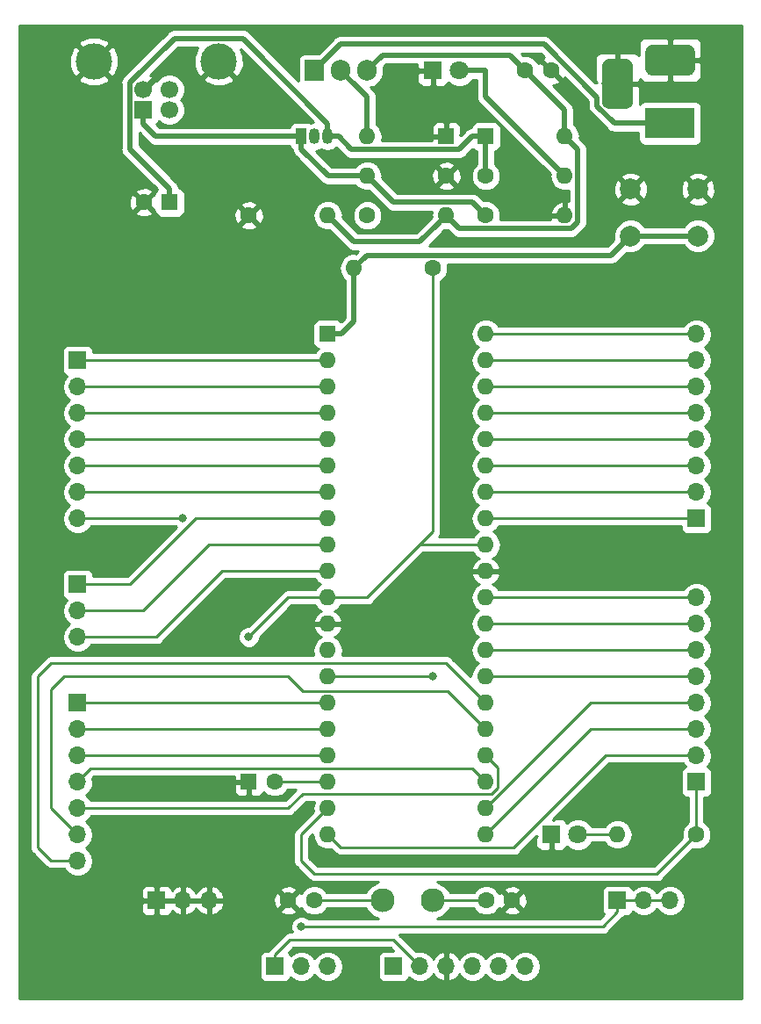
<source format=gbr>
G04 #@! TF.GenerationSoftware,KiCad,Pcbnew,(5.0.0)*
G04 #@! TF.CreationDate,2018-12-24T20:39:56-05:00*
G04 #@! TF.ProjectId,Placa_PIC18F4550,506C6163615F50494331384634353530,rev?*
G04 #@! TF.SameCoordinates,Original*
G04 #@! TF.FileFunction,Copper,L2,Bot,Signal*
G04 #@! TF.FilePolarity,Positive*
%FSLAX46Y46*%
G04 Gerber Fmt 4.6, Leading zero omitted, Abs format (unit mm)*
G04 Created by KiCad (PCBNEW (5.0.0)) date 12/24/18 20:39:56*
%MOMM*%
%LPD*%
G01*
G04 APERTURE LIST*
G04 #@! TA.AperFunction,ComponentPad*
%ADD10R,1.600000X1.600000*%
G04 #@! TD*
G04 #@! TA.AperFunction,ComponentPad*
%ADD11C,1.600000*%
G04 #@! TD*
G04 #@! TA.AperFunction,ComponentPad*
%ADD12R,1.800000X1.800000*%
G04 #@! TD*
G04 #@! TA.AperFunction,ComponentPad*
%ADD13C,1.800000*%
G04 #@! TD*
G04 #@! TA.AperFunction,ComponentPad*
%ADD14O,1.600000X1.600000*%
G04 #@! TD*
G04 #@! TA.AperFunction,ComponentPad*
%ADD15R,1.700000X1.700000*%
G04 #@! TD*
G04 #@! TA.AperFunction,ComponentPad*
%ADD16O,1.700000X1.700000*%
G04 #@! TD*
G04 #@! TA.AperFunction,Conductor*
%ADD17C,0.150000*%
G04 #@! TD*
G04 #@! TA.AperFunction,ComponentPad*
%ADD18C,3.000000*%
G04 #@! TD*
G04 #@! TA.AperFunction,ComponentPad*
%ADD19R,4.800000X3.000000*%
G04 #@! TD*
G04 #@! TA.AperFunction,ComponentPad*
%ADD20C,1.700000*%
G04 #@! TD*
G04 #@! TA.AperFunction,ComponentPad*
%ADD21C,3.500000*%
G04 #@! TD*
G04 #@! TA.AperFunction,ComponentPad*
%ADD22O,1.050000X1.500000*%
G04 #@! TD*
G04 #@! TA.AperFunction,ComponentPad*
%ADD23R,1.050000X1.500000*%
G04 #@! TD*
G04 #@! TA.AperFunction,ComponentPad*
%ADD24C,2.000000*%
G04 #@! TD*
G04 #@! TA.AperFunction,ComponentPad*
%ADD25R,1.905000X2.000000*%
G04 #@! TD*
G04 #@! TA.AperFunction,ComponentPad*
%ADD26O,1.905000X2.000000*%
G04 #@! TD*
G04 #@! TA.AperFunction,ComponentPad*
%ADD27C,2.300000*%
G04 #@! TD*
G04 #@! TA.AperFunction,ViaPad*
%ADD28C,0.800000*%
G04 #@! TD*
G04 #@! TA.AperFunction,Conductor*
%ADD29C,0.254000*%
G04 #@! TD*
G04 #@! TA.AperFunction,Conductor*
%ADD30C,0.508000*%
G04 #@! TD*
G04 #@! TA.AperFunction,Conductor*
%ADD31C,0.250000*%
G04 #@! TD*
G04 APERTURE END LIST*
D10*
G04 #@! TO.P,C1,1*
G04 #@! TO.N,GND*
X74930000Y-135890000D03*
D11*
G04 #@! TO.P,C1,2*
G04 #@! TO.N,Net-(C1-Pad2)*
X77430000Y-135890000D03*
G04 #@! TD*
G04 #@! TO.P,C2,2*
G04 #@! TO.N,/OS1*
X81240000Y-147320000D03*
G04 #@! TO.P,C2,1*
G04 #@! TO.N,GND*
X78740000Y-147320000D03*
G04 #@! TD*
G04 #@! TO.P,C3,1*
G04 #@! TO.N,GND*
X100330000Y-147320000D03*
G04 #@! TO.P,C3,2*
G04 #@! TO.N,/OS2*
X97830000Y-147320000D03*
G04 #@! TD*
G04 #@! TO.P,C4,1*
G04 #@! TO.N,Net-(C4-Pad1)*
X101600000Y-67310000D03*
G04 #@! TO.P,C4,2*
G04 #@! TO.N,GND*
X104100000Y-67310000D03*
G04 #@! TD*
D12*
G04 #@! TO.P,D1,1*
G04 #@! TO.N,GND*
X104140000Y-140970000D03*
D13*
G04 #@! TO.P,D1,2*
G04 #@! TO.N,Net-(D1-Pad2)*
X106680000Y-140970000D03*
G04 #@! TD*
D10*
G04 #@! TO.P,D2,1*
G04 #@! TO.N,GND*
X93980000Y-73660000D03*
D14*
G04 #@! TO.P,D2,2*
G04 #@! TO.N,Net-(D2-Pad2)*
X86360000Y-73660000D03*
G04 #@! TD*
G04 #@! TO.P,D3,2*
G04 #@! TO.N,Net-(C4-Pad1)*
X105410000Y-73660000D03*
D10*
G04 #@! TO.P,D3,1*
G04 #@! TO.N,/Vc*
X97790000Y-73660000D03*
G04 #@! TD*
D13*
G04 #@! TO.P,D4,2*
G04 #@! TO.N,Net-(D4-Pad2)*
X95250000Y-67310000D03*
D12*
G04 #@! TO.P,D4,1*
G04 #@! TO.N,GND*
X92710000Y-67310000D03*
G04 #@! TD*
D15*
G04 #@! TO.P,J1,1*
G04 #@! TO.N,/RD0*
X118110000Y-135890000D03*
D16*
G04 #@! TO.P,J1,2*
G04 #@! TO.N,/RD1*
X118110000Y-133350000D03*
G04 #@! TO.P,J1,3*
G04 #@! TO.N,/RD2*
X118110000Y-130810000D03*
G04 #@! TO.P,J1,4*
G04 #@! TO.N,/RD3*
X118110000Y-128270000D03*
G04 #@! TO.P,J1,5*
G04 #@! TO.N,/RD4*
X118110000Y-125730000D03*
G04 #@! TO.P,J1,6*
G04 #@! TO.N,/RD5*
X118110000Y-123190000D03*
G04 #@! TO.P,J1,7*
G04 #@! TO.N,/RD6*
X118110000Y-120650000D03*
G04 #@! TO.P,J1,8*
G04 #@! TO.N,/RD7*
X118110000Y-118110000D03*
G04 #@! TD*
G04 #@! TO.P,J2,7*
G04 #@! TO.N,/OS2*
X58420000Y-110490000D03*
G04 #@! TO.P,J2,6*
G04 #@! TO.N,/RA5*
X58420000Y-107950000D03*
G04 #@! TO.P,J2,5*
G04 #@! TO.N,/RA4*
X58420000Y-105410000D03*
G04 #@! TO.P,J2,4*
G04 #@! TO.N,/RA3*
X58420000Y-102870000D03*
G04 #@! TO.P,J2,3*
G04 #@! TO.N,/RA2*
X58420000Y-100330000D03*
G04 #@! TO.P,J2,2*
G04 #@! TO.N,/RA1*
X58420000Y-97790000D03*
D15*
G04 #@! TO.P,J2,1*
G04 #@! TO.N,/RA0*
X58420000Y-95250000D03*
G04 #@! TD*
G04 #@! TO.P,J3,1*
G04 #@! TO.N,/RE0*
X58420000Y-116840000D03*
D16*
G04 #@! TO.P,J3,2*
G04 #@! TO.N,/RE1*
X58420000Y-119380000D03*
G04 #@! TO.P,J3,3*
G04 #@! TO.N,/RE2*
X58420000Y-121920000D03*
G04 #@! TD*
G04 #@! TO.P,J4,8*
G04 #@! TO.N,/RB7*
X118110000Y-92710000D03*
G04 #@! TO.P,J4,7*
G04 #@! TO.N,/RB6*
X118110000Y-95250000D03*
G04 #@! TO.P,J4,6*
G04 #@! TO.N,/RB5*
X118110000Y-97790000D03*
G04 #@! TO.P,J4,5*
G04 #@! TO.N,/RB4*
X118110000Y-100330000D03*
G04 #@! TO.P,J4,4*
G04 #@! TO.N,/RB3*
X118110000Y-102870000D03*
G04 #@! TO.P,J4,3*
G04 #@! TO.N,/RB2*
X118110000Y-105410000D03*
G04 #@! TO.P,J4,2*
G04 #@! TO.N,/RB1*
X118110000Y-107950000D03*
D15*
G04 #@! TO.P,J4,1*
G04 #@! TO.N,/RB0*
X118110000Y-110490000D03*
G04 #@! TD*
G04 #@! TO.P,J5,1*
G04 #@! TO.N,/RC0*
X58420000Y-128270000D03*
D16*
G04 #@! TO.P,J5,2*
G04 #@! TO.N,/RC1*
X58420000Y-130810000D03*
G04 #@! TO.P,J5,3*
G04 #@! TO.N,/RC2*
X58420000Y-133350000D03*
G04 #@! TO.P,J5,4*
G04 #@! TO.N,/RC4*
X58420000Y-135890000D03*
G04 #@! TO.P,J5,5*
G04 #@! TO.N,/RC5*
X58420000Y-138430000D03*
G04 #@! TO.P,J5,6*
G04 #@! TO.N,/RC6*
X58420000Y-140970000D03*
G04 #@! TO.P,J5,7*
G04 #@! TO.N,/RC7*
X58420000Y-143510000D03*
G04 #@! TD*
D15*
G04 #@! TO.P,J6,1*
G04 #@! TO.N,GND*
X66040000Y-147320000D03*
D16*
G04 #@! TO.P,J6,2*
X68580000Y-147320000D03*
G04 #@! TO.P,J6,3*
X71120000Y-147320000D03*
G04 #@! TD*
G04 #@! TO.P,J7,3*
G04 #@! TO.N,VCC*
X115570000Y-147320000D03*
G04 #@! TO.P,J7,2*
X113030000Y-147320000D03*
D15*
G04 #@! TO.P,J7,1*
X110490000Y-147320000D03*
G04 #@! TD*
G04 #@! TO.P,J8,1*
G04 #@! TO.N,/V+*
X77470000Y-153670000D03*
D16*
G04 #@! TO.P,J8,2*
G04 #@! TO.N,VCC*
X80010000Y-153670000D03*
G04 #@! TO.P,J8,3*
G04 #@! TO.N,/Vc*
X82550000Y-153670000D03*
G04 #@! TD*
D17*
G04 #@! TO.N,GND*
G04 #@! TO.C,J9*
G36*
X117293513Y-64793611D02*
X117366318Y-64804411D01*
X117437714Y-64822295D01*
X117507013Y-64847090D01*
X117573548Y-64878559D01*
X117636678Y-64916398D01*
X117695795Y-64960242D01*
X117750330Y-65009670D01*
X117799758Y-65064205D01*
X117843602Y-65123322D01*
X117881441Y-65186452D01*
X117912910Y-65252987D01*
X117937705Y-65322286D01*
X117955589Y-65393682D01*
X117966389Y-65466487D01*
X117970000Y-65540000D01*
X117970000Y-67040000D01*
X117966389Y-67113513D01*
X117955589Y-67186318D01*
X117937705Y-67257714D01*
X117912910Y-67327013D01*
X117881441Y-67393548D01*
X117843602Y-67456678D01*
X117799758Y-67515795D01*
X117750330Y-67570330D01*
X117695795Y-67619758D01*
X117636678Y-67663602D01*
X117573548Y-67701441D01*
X117507013Y-67732910D01*
X117437714Y-67757705D01*
X117366318Y-67775589D01*
X117293513Y-67786389D01*
X117220000Y-67790000D01*
X113920000Y-67790000D01*
X113846487Y-67786389D01*
X113773682Y-67775589D01*
X113702286Y-67757705D01*
X113632987Y-67732910D01*
X113566452Y-67701441D01*
X113503322Y-67663602D01*
X113444205Y-67619758D01*
X113389670Y-67570330D01*
X113340242Y-67515795D01*
X113296398Y-67456678D01*
X113258559Y-67393548D01*
X113227090Y-67327013D01*
X113202295Y-67257714D01*
X113184411Y-67186318D01*
X113173611Y-67113513D01*
X113170000Y-67040000D01*
X113170000Y-65540000D01*
X113173611Y-65466487D01*
X113184411Y-65393682D01*
X113202295Y-65322286D01*
X113227090Y-65252987D01*
X113258559Y-65186452D01*
X113296398Y-65123322D01*
X113340242Y-65064205D01*
X113389670Y-65009670D01*
X113444205Y-64960242D01*
X113503322Y-64916398D01*
X113566452Y-64878559D01*
X113632987Y-64847090D01*
X113702286Y-64822295D01*
X113773682Y-64804411D01*
X113846487Y-64793611D01*
X113920000Y-64790000D01*
X117220000Y-64790000D01*
X117293513Y-64793611D01*
X117293513Y-64793611D01*
G37*
D18*
G04 #@! TD*
G04 #@! TO.P,J9,2*
G04 #@! TO.N,GND*
X115570000Y-66290000D03*
D19*
G04 #@! TO.P,J9,1*
G04 #@! TO.N,Net-(J9-Pad1)*
X115570000Y-72390000D03*
D17*
G04 #@! TD*
G04 #@! TO.N,GND*
G04 #@! TO.C,J9*
G36*
X111313513Y-66183611D02*
X111386318Y-66194411D01*
X111457714Y-66212295D01*
X111527013Y-66237090D01*
X111593548Y-66268559D01*
X111656678Y-66306398D01*
X111715795Y-66350242D01*
X111770330Y-66399670D01*
X111819758Y-66454205D01*
X111863602Y-66513322D01*
X111901441Y-66576452D01*
X111932910Y-66642987D01*
X111957705Y-66712286D01*
X111975589Y-66783682D01*
X111986389Y-66856487D01*
X111990000Y-66930000D01*
X111990000Y-70230000D01*
X111986389Y-70303513D01*
X111975589Y-70376318D01*
X111957705Y-70447714D01*
X111932910Y-70517013D01*
X111901441Y-70583548D01*
X111863602Y-70646678D01*
X111819758Y-70705795D01*
X111770330Y-70760330D01*
X111715795Y-70809758D01*
X111656678Y-70853602D01*
X111593548Y-70891441D01*
X111527013Y-70922910D01*
X111457714Y-70947705D01*
X111386318Y-70965589D01*
X111313513Y-70976389D01*
X111240000Y-70980000D01*
X109740000Y-70980000D01*
X109666487Y-70976389D01*
X109593682Y-70965589D01*
X109522286Y-70947705D01*
X109452987Y-70922910D01*
X109386452Y-70891441D01*
X109323322Y-70853602D01*
X109264205Y-70809758D01*
X109209670Y-70760330D01*
X109160242Y-70705795D01*
X109116398Y-70646678D01*
X109078559Y-70583548D01*
X109047090Y-70517013D01*
X109022295Y-70447714D01*
X109004411Y-70376318D01*
X108993611Y-70303513D01*
X108990000Y-70230000D01*
X108990000Y-66930000D01*
X108993611Y-66856487D01*
X109004411Y-66783682D01*
X109022295Y-66712286D01*
X109047090Y-66642987D01*
X109078559Y-66576452D01*
X109116398Y-66513322D01*
X109160242Y-66454205D01*
X109209670Y-66399670D01*
X109264205Y-66350242D01*
X109323322Y-66306398D01*
X109386452Y-66268559D01*
X109452987Y-66237090D01*
X109522286Y-66212295D01*
X109593682Y-66194411D01*
X109666487Y-66183611D01*
X109740000Y-66180000D01*
X111240000Y-66180000D01*
X111313513Y-66183611D01*
X111313513Y-66183611D01*
G37*
D18*
G04 #@! TO.P,J9,3*
G04 #@! TO.N,GND*
X110490000Y-68580000D03*
G04 #@! TD*
D15*
G04 #@! TO.P,J10,1*
G04 #@! TO.N,/VUSB*
X64770000Y-71120000D03*
D20*
G04 #@! TO.P,J10,2*
G04 #@! TO.N,/RC4*
X67270000Y-71120000D03*
G04 #@! TO.P,J10,3*
G04 #@! TO.N,/RC5*
X67270000Y-69120000D03*
G04 #@! TO.P,J10,4*
G04 #@! TO.N,GND*
X64770000Y-69120000D03*
D21*
G04 #@! TO.P,J10,5*
X60000000Y-66410000D03*
X72040000Y-66410000D03*
G04 #@! TD*
D22*
G04 #@! TO.P,Q1,2*
G04 #@! TO.N,Net-(Q1-Pad2)*
X81280000Y-73660000D03*
G04 #@! TO.P,Q1,3*
G04 #@! TO.N,/Vc*
X82550000Y-73660000D03*
D23*
G04 #@! TO.P,Q1,1*
G04 #@! TO.N,/VUSB*
X80010000Y-73660000D03*
G04 #@! TD*
D14*
G04 #@! TO.P,R1,2*
G04 #@! TO.N,/MCLR*
X85090000Y-86360000D03*
D11*
G04 #@! TO.P,R1,1*
G04 #@! TO.N,VCC*
X92710000Y-86360000D03*
G04 #@! TD*
G04 #@! TO.P,R2,1*
G04 #@! TO.N,/RD0*
X118110000Y-140970000D03*
D14*
G04 #@! TO.P,R2,2*
G04 #@! TO.N,Net-(D1-Pad2)*
X110490000Y-140970000D03*
G04 #@! TD*
G04 #@! TO.P,R3,2*
G04 #@! TO.N,GND*
X105410000Y-81280000D03*
D11*
G04 #@! TO.P,R3,1*
G04 #@! TO.N,/VUSB*
X97790000Y-81280000D03*
G04 #@! TD*
G04 #@! TO.P,R4,1*
G04 #@! TO.N,GND*
X74930000Y-81280000D03*
D14*
G04 #@! TO.P,R4,2*
G04 #@! TO.N,Net-(C4-Pad1)*
X82550000Y-81280000D03*
G04 #@! TD*
D11*
G04 #@! TO.P,R5,1*
G04 #@! TO.N,Net-(Q1-Pad2)*
X86360000Y-81280000D03*
D14*
G04 #@! TO.P,R5,2*
G04 #@! TO.N,Net-(C4-Pad1)*
X93980000Y-81280000D03*
G04 #@! TD*
G04 #@! TO.P,R6,2*
G04 #@! TO.N,/VUSB*
X86360000Y-77470000D03*
D11*
G04 #@! TO.P,R6,1*
G04 #@! TO.N,GND*
X93980000Y-77470000D03*
G04 #@! TD*
G04 #@! TO.P,R7,1*
G04 #@! TO.N,/Vc*
X97790000Y-77470000D03*
D14*
G04 #@! TO.P,R7,2*
G04 #@! TO.N,Net-(D4-Pad2)*
X105410000Y-77470000D03*
G04 #@! TD*
D24*
G04 #@! TO.P,SW1,2*
G04 #@! TO.N,/MCLR*
X111760000Y-83240000D03*
G04 #@! TO.P,SW1,1*
G04 #@! TO.N,GND*
X111760000Y-78740000D03*
G04 #@! TO.P,SW1,2*
G04 #@! TO.N,/MCLR*
X118260000Y-83240000D03*
G04 #@! TO.P,SW1,1*
G04 #@! TO.N,GND*
X118260000Y-78740000D03*
G04 #@! TD*
D10*
G04 #@! TO.P,U1,1*
G04 #@! TO.N,/MCLR*
X82550000Y-92710000D03*
D14*
G04 #@! TO.P,U1,21*
G04 #@! TO.N,/RD2*
X97790000Y-140970000D03*
G04 #@! TO.P,U1,2*
G04 #@! TO.N,/RA0*
X82550000Y-95250000D03*
G04 #@! TO.P,U1,22*
G04 #@! TO.N,/RD3*
X97790000Y-138430000D03*
G04 #@! TO.P,U1,3*
G04 #@! TO.N,/RA1*
X82550000Y-97790000D03*
G04 #@! TO.P,U1,23*
G04 #@! TO.N,/RC4*
X97790000Y-135890000D03*
G04 #@! TO.P,U1,4*
G04 #@! TO.N,/RA2*
X82550000Y-100330000D03*
G04 #@! TO.P,U1,24*
G04 #@! TO.N,/RC5*
X97790000Y-133350000D03*
G04 #@! TO.P,U1,5*
G04 #@! TO.N,/RA3*
X82550000Y-102870000D03*
G04 #@! TO.P,U1,25*
G04 #@! TO.N,/RC6*
X97790000Y-130810000D03*
G04 #@! TO.P,U1,6*
G04 #@! TO.N,/RA4*
X82550000Y-105410000D03*
G04 #@! TO.P,U1,26*
G04 #@! TO.N,/RC7*
X97790000Y-128270000D03*
G04 #@! TO.P,U1,7*
G04 #@! TO.N,/RA5*
X82550000Y-107950000D03*
G04 #@! TO.P,U1,27*
G04 #@! TO.N,/RD4*
X97790000Y-125730000D03*
G04 #@! TO.P,U1,8*
G04 #@! TO.N,/RE0*
X82550000Y-110490000D03*
G04 #@! TO.P,U1,28*
G04 #@! TO.N,/RD5*
X97790000Y-123190000D03*
G04 #@! TO.P,U1,9*
G04 #@! TO.N,/RE1*
X82550000Y-113030000D03*
G04 #@! TO.P,U1,29*
G04 #@! TO.N,/RD6*
X97790000Y-120650000D03*
G04 #@! TO.P,U1,10*
G04 #@! TO.N,/RE2*
X82550000Y-115570000D03*
G04 #@! TO.P,U1,30*
G04 #@! TO.N,/RD7*
X97790000Y-118110000D03*
G04 #@! TO.P,U1,11*
G04 #@! TO.N,VCC*
X82550000Y-118110000D03*
G04 #@! TO.P,U1,31*
G04 #@! TO.N,GND*
X97790000Y-115570000D03*
G04 #@! TO.P,U1,12*
X82550000Y-120650000D03*
G04 #@! TO.P,U1,32*
G04 #@! TO.N,VCC*
X97790000Y-113030000D03*
G04 #@! TO.P,U1,13*
G04 #@! TO.N,/OS1*
X82550000Y-123190000D03*
G04 #@! TO.P,U1,33*
G04 #@! TO.N,/RB0*
X97790000Y-110490000D03*
G04 #@! TO.P,U1,14*
G04 #@! TO.N,/OS2*
X82550000Y-125730000D03*
G04 #@! TO.P,U1,34*
G04 #@! TO.N,/RB1*
X97790000Y-107950000D03*
G04 #@! TO.P,U1,15*
G04 #@! TO.N,/RC0*
X82550000Y-128270000D03*
G04 #@! TO.P,U1,35*
G04 #@! TO.N,/RB2*
X97790000Y-105410000D03*
G04 #@! TO.P,U1,16*
G04 #@! TO.N,/RC1*
X82550000Y-130810000D03*
G04 #@! TO.P,U1,36*
G04 #@! TO.N,/RB3*
X97790000Y-102870000D03*
G04 #@! TO.P,U1,17*
G04 #@! TO.N,/RC2*
X82550000Y-133350000D03*
G04 #@! TO.P,U1,37*
G04 #@! TO.N,/RB4*
X97790000Y-100330000D03*
G04 #@! TO.P,U1,18*
G04 #@! TO.N,Net-(C1-Pad2)*
X82550000Y-135890000D03*
G04 #@! TO.P,U1,38*
G04 #@! TO.N,/RB5*
X97790000Y-97790000D03*
G04 #@! TO.P,U1,19*
G04 #@! TO.N,/RD0*
X82550000Y-138430000D03*
G04 #@! TO.P,U1,39*
G04 #@! TO.N,/RB6*
X97790000Y-95250000D03*
G04 #@! TO.P,U1,20*
G04 #@! TO.N,/RD1*
X82550000Y-140970000D03*
G04 #@! TO.P,U1,40*
G04 #@! TO.N,/RB7*
X97790000Y-92710000D03*
G04 #@! TD*
D25*
G04 #@! TO.P,U2,1*
G04 #@! TO.N,Net-(J9-Pad1)*
X81280000Y-67310000D03*
D26*
G04 #@! TO.P,U2,2*
G04 #@! TO.N,Net-(D2-Pad2)*
X83820000Y-67310000D03*
G04 #@! TO.P,U2,3*
G04 #@! TO.N,Net-(C4-Pad1)*
X86360000Y-67310000D03*
G04 #@! TD*
D27*
G04 #@! TO.P,Y1,1*
G04 #@! TO.N,/OS1*
X87810000Y-147320000D03*
G04 #@! TO.P,Y1,2*
G04 #@! TO.N,/OS2*
X92710000Y-147320000D03*
G04 #@! TD*
D10*
G04 #@! TO.P,C5,1*
G04 #@! TO.N,/Vc*
X67310000Y-80010000D03*
D11*
G04 #@! TO.P,C5,2*
G04 #@! TO.N,GND*
X64810000Y-80010000D03*
G04 #@! TD*
D15*
G04 #@! TO.P,J11,1*
G04 #@! TO.N,/MCLR*
X88900000Y-153670000D03*
D16*
G04 #@! TO.P,J11,2*
G04 #@! TO.N,/V+*
X91440000Y-153670000D03*
G04 #@! TO.P,J11,3*
G04 #@! TO.N,GND*
X93980000Y-153670000D03*
G04 #@! TO.P,J11,4*
G04 #@! TO.N,/RB7*
X96520000Y-153670000D03*
G04 #@! TO.P,J11,5*
G04 #@! TO.N,/RB6*
X99060000Y-153670000D03*
G04 #@! TO.P,J11,6*
G04 #@! TO.N,/RB5*
X101600000Y-153670000D03*
G04 #@! TD*
D28*
G04 #@! TO.N,/OS2*
X92710000Y-125730000D03*
X68580000Y-110490000D03*
G04 #@! TO.N,VCC*
X80010000Y-149860000D03*
X74930000Y-121920000D03*
G04 #@! TD*
D29*
G04 #@! TO.N,Net-(C1-Pad2)*
X82550000Y-135890000D02*
X77430000Y-135890000D01*
G04 #@! TO.N,/OS1*
X87810000Y-147320000D02*
X81240000Y-147320000D01*
G04 #@! TO.N,/OS2*
X97830000Y-147320000D02*
X92710000Y-147320000D01*
X82550000Y-125730000D02*
X92710000Y-125730000D01*
X68580000Y-110490000D02*
X58420000Y-110490000D01*
D30*
G04 #@! TO.N,Net-(C4-Pad1)*
X105410000Y-71120000D02*
X101600000Y-67310000D01*
X105410000Y-73660000D02*
X105410000Y-71120000D01*
X93180001Y-82079999D02*
X93980000Y-81280000D01*
X91440000Y-83820000D02*
X93180001Y-82079999D01*
X85090000Y-83820000D02*
X91440000Y-83820000D01*
X82550000Y-81280000D02*
X85090000Y-83820000D01*
X106209999Y-74459999D02*
X105410000Y-73660000D01*
X106664001Y-74914001D02*
X106209999Y-74459999D01*
X106664001Y-81881921D02*
X106664001Y-74914001D01*
X106011921Y-82534001D02*
X106664001Y-81881921D01*
X95234001Y-82534001D02*
X106011921Y-82534001D01*
X93980000Y-81280000D02*
X95234001Y-82534001D01*
X100800001Y-66510001D02*
X101600000Y-67310000D01*
X100092000Y-65802000D02*
X100800001Y-66510001D01*
X87820500Y-65802000D02*
X100092000Y-65802000D01*
X86360000Y-67262500D02*
X87820500Y-65802000D01*
X86360000Y-67310000D02*
X86360000Y-67262500D01*
G04 #@! TO.N,/Vc*
X97790000Y-77470000D02*
X97790000Y-73660000D01*
X96482000Y-73660000D02*
X97790000Y-73660000D01*
X95227999Y-74914001D02*
X96482000Y-73660000D01*
X84837001Y-74914001D02*
X95227999Y-74914001D01*
X83583000Y-73660000D02*
X84837001Y-74914001D01*
X82550000Y-73660000D02*
X83583000Y-73660000D01*
X82550000Y-72402000D02*
X82550000Y-73660000D01*
X74353999Y-64205999D02*
X82550000Y-72402000D01*
X67754079Y-64205999D02*
X74353999Y-64205999D01*
X63465999Y-68494079D02*
X67754079Y-64205999D01*
X63465999Y-74857999D02*
X63465999Y-68494079D01*
X67310000Y-78702000D02*
X63465999Y-74857999D01*
X67310000Y-80010000D02*
X67310000Y-78702000D01*
D29*
G04 #@! TO.N,Net-(D1-Pad2)*
X110490000Y-140970000D02*
X106680000Y-140970000D01*
D30*
G04 #@! TO.N,Net-(D2-Pad2)*
X83820000Y-67357500D02*
X83820000Y-67310000D01*
X85280500Y-68818000D02*
X83820000Y-67357500D01*
X85328000Y-68818000D02*
X85280500Y-68818000D01*
X86360000Y-69850000D02*
X85328000Y-68818000D01*
X86360000Y-73660000D02*
X86360000Y-69850000D01*
G04 #@! TO.N,Net-(D4-Pad2)*
X95250000Y-67310000D02*
X97790000Y-67310000D01*
X97790000Y-69850000D02*
X105410000Y-77470000D01*
X97790000Y-67310000D02*
X97790000Y-69850000D01*
D29*
G04 #@! TO.N,/RD0*
X118110000Y-140970000D02*
X118110000Y-135890000D01*
X82550000Y-138430000D02*
X80010000Y-140970000D01*
X80010000Y-140970000D02*
X80010000Y-143510000D01*
X80010000Y-143510000D02*
X81280000Y-144780000D01*
X81280000Y-144780000D02*
X114300000Y-144780000D01*
X114300000Y-144780000D02*
X118110000Y-140970000D01*
G04 #@! TO.N,/RD1*
X116907919Y-133350000D02*
X118110000Y-133350000D01*
X109371398Y-133350000D02*
X116907919Y-133350000D01*
X100481398Y-142240000D02*
X109371398Y-133350000D01*
X83820000Y-142240000D02*
X100481398Y-142240000D01*
X82550000Y-140970000D02*
X83820000Y-142240000D01*
G04 #@! TO.N,/RD2*
X107950000Y-130810000D02*
X118110000Y-130810000D01*
X97790000Y-140970000D02*
X107950000Y-130810000D01*
G04 #@! TO.N,/RD3*
X107950000Y-128270000D02*
X97790000Y-138430000D01*
X118110000Y-128270000D02*
X107950000Y-128270000D01*
G04 #@! TO.N,/RD4*
X97790000Y-125730000D02*
X118110000Y-125730000D01*
G04 #@! TO.N,/RD5*
X97790000Y-123190000D02*
X118110000Y-123190000D01*
X97790000Y-123190000D02*
X118110000Y-123190000D01*
G04 #@! TO.N,/RD6*
X97790000Y-120650000D02*
X118110000Y-120650000D01*
D31*
G04 #@! TO.N,/RD7*
X97790000Y-118110000D02*
X118110000Y-118110000D01*
D29*
G04 #@! TO.N,/RA5*
X82550000Y-107950000D02*
X58420000Y-107950000D01*
G04 #@! TO.N,/RA4*
X82550000Y-105410000D02*
X58420000Y-105410000D01*
G04 #@! TO.N,/RA3*
X82550000Y-102870000D02*
X58420000Y-102870000D01*
G04 #@! TO.N,/RA2*
X82550000Y-100330000D02*
X58420000Y-100330000D01*
G04 #@! TO.N,/RA1*
X82550000Y-97790000D02*
X58420000Y-97790000D01*
G04 #@! TO.N,/RA0*
X82550000Y-95250000D02*
X58420000Y-95250000D01*
G04 #@! TO.N,/RE0*
X58420000Y-116840000D02*
X63500000Y-116840000D01*
X63500000Y-116840000D02*
X69850000Y-110490000D01*
X69850000Y-110490000D02*
X82550000Y-110490000D01*
G04 #@! TO.N,/RE1*
X58420000Y-119380000D02*
X64770000Y-119380000D01*
X64770000Y-119380000D02*
X71120000Y-113030000D01*
X71120000Y-113030000D02*
X82550000Y-113030000D01*
G04 #@! TO.N,/RE2*
X58420000Y-121920000D02*
X66040000Y-121920000D01*
X66040000Y-121920000D02*
X72390000Y-115570000D01*
X72390000Y-115570000D02*
X82550000Y-115570000D01*
G04 #@! TO.N,/RB7*
X97790000Y-92710000D02*
X118110000Y-92710000D01*
G04 #@! TO.N,/RB6*
X97790000Y-95250000D02*
X118110000Y-95250000D01*
G04 #@! TO.N,/RB5*
X97790000Y-97790000D02*
X118110000Y-97790000D01*
G04 #@! TO.N,/RB4*
X97790000Y-100330000D02*
X118110000Y-100330000D01*
G04 #@! TO.N,/RB3*
X97790000Y-102870000D02*
X118110000Y-102870000D01*
G04 #@! TO.N,/RB2*
X97790000Y-105410000D02*
X118110000Y-105410000D01*
G04 #@! TO.N,/RB1*
X97790000Y-107950000D02*
X118110000Y-107950000D01*
G04 #@! TO.N,/RB0*
X97790000Y-110490000D02*
X118110000Y-110490000D01*
G04 #@! TO.N,/RC0*
X58420000Y-128270000D02*
X82550000Y-128270000D01*
G04 #@! TO.N,/RC1*
X58420000Y-130810000D02*
X82550000Y-130810000D01*
G04 #@! TO.N,/RC2*
X58420000Y-133350000D02*
X82550000Y-133350000D01*
G04 #@! TO.N,/RC4*
X96990001Y-135090001D02*
X97790000Y-135890000D01*
X96520000Y-134620000D02*
X96990001Y-135090001D01*
X59690000Y-134620000D02*
X96520000Y-134620000D01*
X58420000Y-135890000D02*
X59690000Y-134620000D01*
G04 #@! TO.N,/RC5*
X58420000Y-138430000D02*
X78740000Y-138430000D01*
X98589999Y-134149999D02*
X97790000Y-133350000D01*
X98917001Y-134477001D02*
X98589999Y-134149999D01*
X98917001Y-136430961D02*
X98917001Y-134477001D01*
X98330961Y-137017001D02*
X98917001Y-136430961D01*
X80152999Y-137017001D02*
X98330961Y-137017001D01*
X78740000Y-138430000D02*
X80152999Y-137017001D01*
G04 #@! TO.N,/RC6*
X58420000Y-140970000D02*
X55880000Y-138430000D01*
X55880000Y-138430000D02*
X55880000Y-127000000D01*
X55880000Y-127000000D02*
X57150000Y-125730000D01*
X57150000Y-125730000D02*
X78740000Y-125730000D01*
X96990001Y-130010001D02*
X97790000Y-130810000D01*
X94122999Y-127142999D02*
X96990001Y-130010001D01*
X80152999Y-127142999D02*
X94122999Y-127142999D01*
X78740000Y-125730000D02*
X80152999Y-127142999D01*
G04 #@! TO.N,/RC7*
X58420000Y-143510000D02*
X55880000Y-143510000D01*
X55880000Y-143510000D02*
X54610000Y-142240000D01*
X54610000Y-142240000D02*
X54610000Y-125730000D01*
X54610000Y-125730000D02*
X55880000Y-124460000D01*
X93980000Y-124460000D02*
X97790000Y-128270000D01*
X55880000Y-124460000D02*
X93980000Y-124460000D01*
G04 #@! TO.N,VCC*
X115570000Y-147320000D02*
X113030000Y-147320000D01*
X110490000Y-147320000D02*
X113030000Y-147320000D01*
X82550000Y-118110000D02*
X86360000Y-118110000D01*
X91440000Y-113030000D02*
X97790000Y-113030000D01*
X86360000Y-118110000D02*
X91440000Y-113030000D01*
X92710000Y-86360000D02*
X92710000Y-111760000D01*
X92710000Y-111760000D02*
X91440000Y-113030000D01*
X110490000Y-148424000D02*
X110490000Y-147320000D01*
X109054000Y-149860000D02*
X110490000Y-148424000D01*
X80010000Y-149860000D02*
X109054000Y-149860000D01*
X74930000Y-121920000D02*
X78740000Y-118110000D01*
X78740000Y-118110000D02*
X82550000Y-118110000D01*
G04 #@! TO.N,/V+*
X91440000Y-153670000D02*
X90170000Y-152400000D01*
X77470000Y-152566000D02*
X78906000Y-151130000D01*
X77470000Y-153670000D02*
X77470000Y-152566000D01*
X88900000Y-151130000D02*
X91440000Y-153670000D01*
X78906000Y-151130000D02*
X88900000Y-151130000D01*
D30*
G04 #@! TO.N,Net-(J9-Pad1)*
X81280000Y-67262500D02*
X83772500Y-64770000D01*
X81280000Y-67310000D02*
X81280000Y-67262500D01*
X112662000Y-72390000D02*
X115570000Y-72390000D01*
X110197272Y-72390000D02*
X112662000Y-72390000D01*
X108535990Y-70728718D02*
X110197272Y-72390000D01*
X108535990Y-69890068D02*
X108535990Y-70728718D01*
X103415922Y-64770000D02*
X108535990Y-69890068D01*
X83772500Y-64770000D02*
X103415922Y-64770000D01*
G04 #@! TO.N,/VUSB*
X87159999Y-78269999D02*
X86360000Y-77470000D01*
X88900000Y-80010000D02*
X87159999Y-78269999D01*
X96520000Y-80010000D02*
X88900000Y-80010000D01*
X97790000Y-81280000D02*
X96520000Y-80010000D01*
X82562000Y-77470000D02*
X86360000Y-77470000D01*
X80010000Y-74918000D02*
X82562000Y-77470000D01*
X80010000Y-73660000D02*
X80010000Y-74918000D01*
X64770000Y-72478000D02*
X64770000Y-71120000D01*
X65952000Y-73660000D02*
X64770000Y-72478000D01*
X80010000Y-73660000D02*
X65952000Y-73660000D01*
G04 #@! TO.N,/MCLR*
X83858000Y-92710000D02*
X82550000Y-92710000D01*
X85090000Y-91478000D02*
X83858000Y-92710000D01*
X85090000Y-86360000D02*
X85090000Y-91478000D01*
X116845787Y-83240000D02*
X111760000Y-83240000D01*
X118260000Y-83240000D02*
X116845787Y-83240000D01*
X110760001Y-84239999D02*
X111760000Y-83240000D01*
X109894001Y-85105999D02*
X110760001Y-84239999D01*
X86344001Y-85105999D02*
X109894001Y-85105999D01*
X85090000Y-86360000D02*
X86344001Y-85105999D01*
G04 #@! TD*
D29*
G04 #@! TO.N,GND*
G36*
X122455001Y-156137608D02*
X122455000Y-156137613D01*
X122455000Y-156745000D01*
X52805000Y-156745000D01*
X52805000Y-147605750D01*
X64555000Y-147605750D01*
X64555000Y-148296309D01*
X64651673Y-148529698D01*
X64830301Y-148708327D01*
X65063690Y-148805000D01*
X65754250Y-148805000D01*
X65913000Y-148646250D01*
X65913000Y-147447000D01*
X66167000Y-147447000D01*
X66167000Y-148646250D01*
X66325750Y-148805000D01*
X67016310Y-148805000D01*
X67249699Y-148708327D01*
X67428327Y-148529698D01*
X67515136Y-148320122D01*
X67813076Y-148591645D01*
X68223110Y-148761476D01*
X68453000Y-148640155D01*
X68453000Y-147447000D01*
X68707000Y-147447000D01*
X68707000Y-148640155D01*
X68936890Y-148761476D01*
X69346924Y-148591645D01*
X69775183Y-148201358D01*
X69850000Y-148042046D01*
X69924817Y-148201358D01*
X70353076Y-148591645D01*
X70763110Y-148761476D01*
X70993000Y-148640155D01*
X70993000Y-147447000D01*
X71247000Y-147447000D01*
X71247000Y-148640155D01*
X71476890Y-148761476D01*
X71886924Y-148591645D01*
X72176499Y-148327745D01*
X77911861Y-148327745D01*
X77985995Y-148573864D01*
X78523223Y-148766965D01*
X79093454Y-148739778D01*
X79494005Y-148573864D01*
X79568139Y-148327745D01*
X78740000Y-147499605D01*
X77911861Y-148327745D01*
X72176499Y-148327745D01*
X72315183Y-148201358D01*
X72561486Y-147676892D01*
X72440819Y-147447000D01*
X71247000Y-147447000D01*
X70993000Y-147447000D01*
X68707000Y-147447000D01*
X68453000Y-147447000D01*
X66167000Y-147447000D01*
X65913000Y-147447000D01*
X64713750Y-147447000D01*
X64555000Y-147605750D01*
X52805000Y-147605750D01*
X52805000Y-146343691D01*
X64555000Y-146343691D01*
X64555000Y-147034250D01*
X64713750Y-147193000D01*
X65913000Y-147193000D01*
X65913000Y-145993750D01*
X66167000Y-145993750D01*
X66167000Y-147193000D01*
X68453000Y-147193000D01*
X68453000Y-145999845D01*
X68707000Y-145999845D01*
X68707000Y-147193000D01*
X70993000Y-147193000D01*
X70993000Y-145999845D01*
X71247000Y-145999845D01*
X71247000Y-147193000D01*
X72440819Y-147193000D01*
X72487941Y-147103223D01*
X77293035Y-147103223D01*
X77320222Y-147673454D01*
X77486136Y-148074005D01*
X77732255Y-148148139D01*
X78560395Y-147320000D01*
X77732255Y-146491861D01*
X77486136Y-146565995D01*
X77293035Y-147103223D01*
X72487941Y-147103223D01*
X72561486Y-146963108D01*
X72315183Y-146438642D01*
X72176500Y-146312255D01*
X77911861Y-146312255D01*
X78740000Y-147140395D01*
X79568139Y-146312255D01*
X79494005Y-146066136D01*
X78956777Y-145873035D01*
X78386546Y-145900222D01*
X77985995Y-146066136D01*
X77911861Y-146312255D01*
X72176500Y-146312255D01*
X71886924Y-146048355D01*
X71476890Y-145878524D01*
X71247000Y-145999845D01*
X70993000Y-145999845D01*
X70763110Y-145878524D01*
X70353076Y-146048355D01*
X69924817Y-146438642D01*
X69850000Y-146597954D01*
X69775183Y-146438642D01*
X69346924Y-146048355D01*
X68936890Y-145878524D01*
X68707000Y-145999845D01*
X68453000Y-145999845D01*
X68223110Y-145878524D01*
X67813076Y-146048355D01*
X67515136Y-146319878D01*
X67428327Y-146110302D01*
X67249699Y-145931673D01*
X67016310Y-145835000D01*
X66325750Y-145835000D01*
X66167000Y-145993750D01*
X65913000Y-145993750D01*
X65754250Y-145835000D01*
X65063690Y-145835000D01*
X64830301Y-145931673D01*
X64651673Y-146110302D01*
X64555000Y-146343691D01*
X52805000Y-146343691D01*
X52805000Y-125730000D01*
X53833073Y-125730000D01*
X53848001Y-125805048D01*
X53848000Y-142164957D01*
X53833073Y-142240000D01*
X53848000Y-142315043D01*
X53848000Y-142315047D01*
X53892212Y-142537316D01*
X54060629Y-142789371D01*
X54124253Y-142831883D01*
X55288117Y-143995748D01*
X55330629Y-144059371D01*
X55394251Y-144101882D01*
X55582681Y-144227787D01*
X55582682Y-144227787D01*
X55582683Y-144227788D01*
X55804952Y-144272000D01*
X55804956Y-144272000D01*
X55879999Y-144286927D01*
X55955042Y-144272000D01*
X57143158Y-144272000D01*
X57349375Y-144580625D01*
X57840582Y-144908839D01*
X58273744Y-144995000D01*
X58566256Y-144995000D01*
X58999418Y-144908839D01*
X59490625Y-144580625D01*
X59818839Y-144089418D01*
X59934092Y-143510000D01*
X59818839Y-142930582D01*
X59490625Y-142439375D01*
X59192239Y-142240000D01*
X59490625Y-142040625D01*
X59818839Y-141549418D01*
X59934092Y-140970000D01*
X59818839Y-140390582D01*
X59490625Y-139899375D01*
X59192239Y-139700000D01*
X59490625Y-139500625D01*
X59696842Y-139192000D01*
X78664957Y-139192000D01*
X78740000Y-139206927D01*
X78815043Y-139192000D01*
X78815048Y-139192000D01*
X79037317Y-139147788D01*
X79289371Y-138979371D01*
X79331883Y-138915747D01*
X80468630Y-137779001D01*
X81259124Y-137779001D01*
X81198260Y-137870091D01*
X81086887Y-138430000D01*
X81150843Y-138751527D01*
X79524254Y-140378116D01*
X79460629Y-140420629D01*
X79292212Y-140672684D01*
X79248000Y-140894953D01*
X79248000Y-140894957D01*
X79233073Y-140970000D01*
X79248000Y-141045043D01*
X79248001Y-143434952D01*
X79233073Y-143510000D01*
X79248001Y-143585048D01*
X79292213Y-143807317D01*
X79460630Y-144059371D01*
X79524251Y-144101881D01*
X80688118Y-145265749D01*
X80730629Y-145329371D01*
X80794251Y-145371882D01*
X80982681Y-145497787D01*
X80982682Y-145497787D01*
X80982683Y-145497788D01*
X81204952Y-145542000D01*
X81204956Y-145542000D01*
X81279999Y-145556927D01*
X81355042Y-145542000D01*
X87438042Y-145542000D01*
X86798879Y-145806750D01*
X86296750Y-146308879D01*
X86193561Y-146558000D01*
X82477602Y-146558000D01*
X82456534Y-146507138D01*
X82052862Y-146103466D01*
X81525439Y-145885000D01*
X80954561Y-145885000D01*
X80427138Y-146103466D01*
X80023466Y-146507138D01*
X79996475Y-146572299D01*
X79993864Y-146565995D01*
X79747745Y-146491861D01*
X78919605Y-147320000D01*
X79747745Y-148148139D01*
X79993864Y-148074005D01*
X79996290Y-148067254D01*
X80023466Y-148132862D01*
X80427138Y-148536534D01*
X80954561Y-148755000D01*
X81525439Y-148755000D01*
X82052862Y-148536534D01*
X82456534Y-148132862D01*
X82477602Y-148082000D01*
X86193561Y-148082000D01*
X86296750Y-148331121D01*
X86798879Y-148833250D01*
X87438042Y-149098000D01*
X80711711Y-149098000D01*
X80596280Y-148982569D01*
X80215874Y-148825000D01*
X79804126Y-148825000D01*
X79423720Y-148982569D01*
X79132569Y-149273720D01*
X78975000Y-149654126D01*
X78975000Y-150065874D01*
X79100144Y-150368000D01*
X78981047Y-150368000D01*
X78906000Y-150353072D01*
X78830953Y-150368000D01*
X78830952Y-150368000D01*
X78608683Y-150412212D01*
X78356629Y-150580629D01*
X78314118Y-150644251D01*
X76984251Y-151974119D01*
X76920630Y-152016629D01*
X76878119Y-152080251D01*
X76878118Y-152080252D01*
X76816440Y-152172560D01*
X76620000Y-152172560D01*
X76372235Y-152221843D01*
X76162191Y-152362191D01*
X76021843Y-152572235D01*
X75972560Y-152820000D01*
X75972560Y-154520000D01*
X76021843Y-154767765D01*
X76162191Y-154977809D01*
X76372235Y-155118157D01*
X76620000Y-155167440D01*
X78320000Y-155167440D01*
X78567765Y-155118157D01*
X78777809Y-154977809D01*
X78918157Y-154767765D01*
X78927184Y-154722381D01*
X78939375Y-154740625D01*
X79430582Y-155068839D01*
X79863744Y-155155000D01*
X80156256Y-155155000D01*
X80589418Y-155068839D01*
X81080625Y-154740625D01*
X81280000Y-154442239D01*
X81479375Y-154740625D01*
X81970582Y-155068839D01*
X82403744Y-155155000D01*
X82696256Y-155155000D01*
X83129418Y-155068839D01*
X83620625Y-154740625D01*
X83948839Y-154249418D01*
X84064092Y-153670000D01*
X83948839Y-153090582D01*
X83620625Y-152599375D01*
X83129418Y-152271161D01*
X82696256Y-152185000D01*
X82403744Y-152185000D01*
X81970582Y-152271161D01*
X81479375Y-152599375D01*
X81280000Y-152897761D01*
X81080625Y-152599375D01*
X80589418Y-152271161D01*
X80156256Y-152185000D01*
X79863744Y-152185000D01*
X79430582Y-152271161D01*
X78939375Y-152599375D01*
X78927184Y-152617619D01*
X78918157Y-152572235D01*
X78777809Y-152362191D01*
X78762002Y-152351629D01*
X79221631Y-151892000D01*
X88584370Y-151892000D01*
X88864930Y-152172560D01*
X88050000Y-152172560D01*
X87802235Y-152221843D01*
X87592191Y-152362191D01*
X87451843Y-152572235D01*
X87402560Y-152820000D01*
X87402560Y-154520000D01*
X87451843Y-154767765D01*
X87592191Y-154977809D01*
X87802235Y-155118157D01*
X88050000Y-155167440D01*
X89750000Y-155167440D01*
X89997765Y-155118157D01*
X90207809Y-154977809D01*
X90348157Y-154767765D01*
X90357184Y-154722381D01*
X90369375Y-154740625D01*
X90860582Y-155068839D01*
X91293744Y-155155000D01*
X91586256Y-155155000D01*
X92019418Y-155068839D01*
X92510625Y-154740625D01*
X92723843Y-154421522D01*
X92784817Y-154551358D01*
X93213076Y-154941645D01*
X93623110Y-155111476D01*
X93853000Y-154990155D01*
X93853000Y-153797000D01*
X93833000Y-153797000D01*
X93833000Y-153543000D01*
X93853000Y-153543000D01*
X93853000Y-152349845D01*
X94107000Y-152349845D01*
X94107000Y-153543000D01*
X94127000Y-153543000D01*
X94127000Y-153797000D01*
X94107000Y-153797000D01*
X94107000Y-154990155D01*
X94336890Y-155111476D01*
X94746924Y-154941645D01*
X95175183Y-154551358D01*
X95236157Y-154421522D01*
X95449375Y-154740625D01*
X95940582Y-155068839D01*
X96373744Y-155155000D01*
X96666256Y-155155000D01*
X97099418Y-155068839D01*
X97590625Y-154740625D01*
X97790000Y-154442239D01*
X97989375Y-154740625D01*
X98480582Y-155068839D01*
X98913744Y-155155000D01*
X99206256Y-155155000D01*
X99639418Y-155068839D01*
X100130625Y-154740625D01*
X100330000Y-154442239D01*
X100529375Y-154740625D01*
X101020582Y-155068839D01*
X101453744Y-155155000D01*
X101746256Y-155155000D01*
X102179418Y-155068839D01*
X102670625Y-154740625D01*
X102998839Y-154249418D01*
X103114092Y-153670000D01*
X102998839Y-153090582D01*
X102670625Y-152599375D01*
X102179418Y-152271161D01*
X101746256Y-152185000D01*
X101453744Y-152185000D01*
X101020582Y-152271161D01*
X100529375Y-152599375D01*
X100330000Y-152897761D01*
X100130625Y-152599375D01*
X99639418Y-152271161D01*
X99206256Y-152185000D01*
X98913744Y-152185000D01*
X98480582Y-152271161D01*
X97989375Y-152599375D01*
X97790000Y-152897761D01*
X97590625Y-152599375D01*
X97099418Y-152271161D01*
X96666256Y-152185000D01*
X96373744Y-152185000D01*
X95940582Y-152271161D01*
X95449375Y-152599375D01*
X95236157Y-152918478D01*
X95175183Y-152788642D01*
X94746924Y-152398355D01*
X94336890Y-152228524D01*
X94107000Y-152349845D01*
X93853000Y-152349845D01*
X93623110Y-152228524D01*
X93213076Y-152398355D01*
X92784817Y-152788642D01*
X92723843Y-152918478D01*
X92510625Y-152599375D01*
X92019418Y-152271161D01*
X91586256Y-152185000D01*
X91293744Y-152185000D01*
X91075952Y-152228321D01*
X90655748Y-151808118D01*
X89491884Y-150644254D01*
X89477014Y-150622000D01*
X108978957Y-150622000D01*
X109054000Y-150636927D01*
X109129043Y-150622000D01*
X109129048Y-150622000D01*
X109351317Y-150577788D01*
X109603371Y-150409371D01*
X109645883Y-150345747D01*
X110975750Y-149015881D01*
X111039371Y-148973371D01*
X111143561Y-148817440D01*
X111340000Y-148817440D01*
X111587765Y-148768157D01*
X111797809Y-148627809D01*
X111938157Y-148417765D01*
X111947184Y-148372381D01*
X111959375Y-148390625D01*
X112450582Y-148718839D01*
X112883744Y-148805000D01*
X113176256Y-148805000D01*
X113609418Y-148718839D01*
X114100625Y-148390625D01*
X114300000Y-148092239D01*
X114499375Y-148390625D01*
X114990582Y-148718839D01*
X115423744Y-148805000D01*
X115716256Y-148805000D01*
X116149418Y-148718839D01*
X116640625Y-148390625D01*
X116968839Y-147899418D01*
X117084092Y-147320000D01*
X116968839Y-146740582D01*
X116640625Y-146249375D01*
X116149418Y-145921161D01*
X115716256Y-145835000D01*
X115423744Y-145835000D01*
X114990582Y-145921161D01*
X114499375Y-146249375D01*
X114300000Y-146547761D01*
X114100625Y-146249375D01*
X113609418Y-145921161D01*
X113176256Y-145835000D01*
X112883744Y-145835000D01*
X112450582Y-145921161D01*
X111959375Y-146249375D01*
X111947184Y-146267619D01*
X111938157Y-146222235D01*
X111797809Y-146012191D01*
X111587765Y-145871843D01*
X111340000Y-145822560D01*
X109640000Y-145822560D01*
X109392235Y-145871843D01*
X109182191Y-146012191D01*
X109041843Y-146222235D01*
X108992560Y-146470000D01*
X108992560Y-148170000D01*
X109041843Y-148417765D01*
X109182191Y-148627809D01*
X109197998Y-148638371D01*
X108738370Y-149098000D01*
X93081958Y-149098000D01*
X93721121Y-148833250D01*
X94223250Y-148331121D01*
X94326439Y-148082000D01*
X96592398Y-148082000D01*
X96613466Y-148132862D01*
X97017138Y-148536534D01*
X97544561Y-148755000D01*
X98115439Y-148755000D01*
X98642862Y-148536534D01*
X98851651Y-148327745D01*
X99501861Y-148327745D01*
X99575995Y-148573864D01*
X100113223Y-148766965D01*
X100683454Y-148739778D01*
X101084005Y-148573864D01*
X101158139Y-148327745D01*
X100330000Y-147499605D01*
X99501861Y-148327745D01*
X98851651Y-148327745D01*
X99046534Y-148132862D01*
X99073525Y-148067701D01*
X99076136Y-148074005D01*
X99322255Y-148148139D01*
X100150395Y-147320000D01*
X100509605Y-147320000D01*
X101337745Y-148148139D01*
X101583864Y-148074005D01*
X101776965Y-147536777D01*
X101749778Y-146966546D01*
X101583864Y-146565995D01*
X101337745Y-146491861D01*
X100509605Y-147320000D01*
X100150395Y-147320000D01*
X99322255Y-146491861D01*
X99076136Y-146565995D01*
X99073710Y-146572746D01*
X99046534Y-146507138D01*
X98851651Y-146312255D01*
X99501861Y-146312255D01*
X100330000Y-147140395D01*
X101158139Y-146312255D01*
X101084005Y-146066136D01*
X100546777Y-145873035D01*
X99976546Y-145900222D01*
X99575995Y-146066136D01*
X99501861Y-146312255D01*
X98851651Y-146312255D01*
X98642862Y-146103466D01*
X98115439Y-145885000D01*
X97544561Y-145885000D01*
X97017138Y-146103466D01*
X96613466Y-146507138D01*
X96592398Y-146558000D01*
X94326439Y-146558000D01*
X94223250Y-146308879D01*
X93721121Y-145806750D01*
X93081958Y-145542000D01*
X114224957Y-145542000D01*
X114300000Y-145556927D01*
X114375043Y-145542000D01*
X114375048Y-145542000D01*
X114597317Y-145497788D01*
X114849371Y-145329371D01*
X114891883Y-145265747D01*
X117773699Y-142383932D01*
X117824561Y-142405000D01*
X118395439Y-142405000D01*
X118922862Y-142186534D01*
X119326534Y-141782862D01*
X119545000Y-141255439D01*
X119545000Y-140684561D01*
X119326534Y-140157138D01*
X118922862Y-139753466D01*
X118872000Y-139732398D01*
X118872000Y-137387440D01*
X118960000Y-137387440D01*
X119207765Y-137338157D01*
X119417809Y-137197809D01*
X119558157Y-136987765D01*
X119607440Y-136740000D01*
X119607440Y-135040000D01*
X119558157Y-134792235D01*
X119417809Y-134582191D01*
X119207765Y-134441843D01*
X119162381Y-134432816D01*
X119180625Y-134420625D01*
X119508839Y-133929418D01*
X119624092Y-133350000D01*
X119508839Y-132770582D01*
X119180625Y-132279375D01*
X118882239Y-132080000D01*
X119180625Y-131880625D01*
X119508839Y-131389418D01*
X119624092Y-130810000D01*
X119508839Y-130230582D01*
X119180625Y-129739375D01*
X118882239Y-129540000D01*
X119180625Y-129340625D01*
X119508839Y-128849418D01*
X119624092Y-128270000D01*
X119508839Y-127690582D01*
X119180625Y-127199375D01*
X118882239Y-127000000D01*
X119180625Y-126800625D01*
X119508839Y-126309418D01*
X119624092Y-125730000D01*
X119508839Y-125150582D01*
X119180625Y-124659375D01*
X118882239Y-124460000D01*
X119180625Y-124260625D01*
X119508839Y-123769418D01*
X119624092Y-123190000D01*
X119508839Y-122610582D01*
X119180625Y-122119375D01*
X118882239Y-121920000D01*
X119180625Y-121720625D01*
X119508839Y-121229418D01*
X119624092Y-120650000D01*
X119508839Y-120070582D01*
X119180625Y-119579375D01*
X118882239Y-119380000D01*
X119180625Y-119180625D01*
X119508839Y-118689418D01*
X119624092Y-118110000D01*
X119508839Y-117530582D01*
X119180625Y-117039375D01*
X118689418Y-116711161D01*
X118256256Y-116625000D01*
X117963744Y-116625000D01*
X117530582Y-116711161D01*
X117039375Y-117039375D01*
X116831822Y-117350000D01*
X99008043Y-117350000D01*
X98824577Y-117075423D01*
X98440892Y-116819053D01*
X98645134Y-116722389D01*
X99021041Y-116307423D01*
X99181904Y-115919039D01*
X99059915Y-115697000D01*
X97917000Y-115697000D01*
X97917000Y-115717000D01*
X97663000Y-115717000D01*
X97663000Y-115697000D01*
X96520085Y-115697000D01*
X96398096Y-115919039D01*
X96558959Y-116307423D01*
X96934866Y-116722389D01*
X97139108Y-116819053D01*
X96755423Y-117075423D01*
X96438260Y-117550091D01*
X96326887Y-118110000D01*
X96438260Y-118669909D01*
X96755423Y-119144577D01*
X97107758Y-119380000D01*
X96755423Y-119615423D01*
X96438260Y-120090091D01*
X96326887Y-120650000D01*
X96438260Y-121209909D01*
X96755423Y-121684577D01*
X97107758Y-121920000D01*
X96755423Y-122155423D01*
X96438260Y-122630091D01*
X96326887Y-123190000D01*
X96438260Y-123749909D01*
X96755423Y-124224577D01*
X97107758Y-124460000D01*
X96755423Y-124695423D01*
X96438260Y-125170091D01*
X96327010Y-125729380D01*
X94571883Y-123974253D01*
X94529371Y-123910629D01*
X94277317Y-123742212D01*
X94055048Y-123698000D01*
X94055043Y-123698000D01*
X93980000Y-123683073D01*
X93904957Y-123698000D01*
X83912065Y-123698000D01*
X84013113Y-123190000D01*
X83901740Y-122630091D01*
X83584577Y-122155423D01*
X83200892Y-121899053D01*
X83405134Y-121802389D01*
X83781041Y-121387423D01*
X83941904Y-120999039D01*
X83819915Y-120777000D01*
X82677000Y-120777000D01*
X82677000Y-120797000D01*
X82423000Y-120797000D01*
X82423000Y-120777000D01*
X81280085Y-120777000D01*
X81158096Y-120999039D01*
X81318959Y-121387423D01*
X81694866Y-121802389D01*
X81899108Y-121899053D01*
X81515423Y-122155423D01*
X81198260Y-122630091D01*
X81086887Y-123190000D01*
X81187935Y-123698000D01*
X55955042Y-123698000D01*
X55879999Y-123683073D01*
X55804956Y-123698000D01*
X55804952Y-123698000D01*
X55582683Y-123742212D01*
X55582682Y-123742213D01*
X55582681Y-123742213D01*
X55541966Y-123769418D01*
X55330629Y-123910629D01*
X55288118Y-123974251D01*
X54124252Y-125138118D01*
X54060630Y-125180629D01*
X54018119Y-125244251D01*
X54018118Y-125244252D01*
X53892213Y-125432683D01*
X53833073Y-125730000D01*
X52805000Y-125730000D01*
X52805000Y-97790000D01*
X56905908Y-97790000D01*
X57021161Y-98369418D01*
X57349375Y-98860625D01*
X57647761Y-99060000D01*
X57349375Y-99259375D01*
X57021161Y-99750582D01*
X56905908Y-100330000D01*
X57021161Y-100909418D01*
X57349375Y-101400625D01*
X57647761Y-101600000D01*
X57349375Y-101799375D01*
X57021161Y-102290582D01*
X56905908Y-102870000D01*
X57021161Y-103449418D01*
X57349375Y-103940625D01*
X57647761Y-104140000D01*
X57349375Y-104339375D01*
X57021161Y-104830582D01*
X56905908Y-105410000D01*
X57021161Y-105989418D01*
X57349375Y-106480625D01*
X57647761Y-106680000D01*
X57349375Y-106879375D01*
X57021161Y-107370582D01*
X56905908Y-107950000D01*
X57021161Y-108529418D01*
X57349375Y-109020625D01*
X57647761Y-109220000D01*
X57349375Y-109419375D01*
X57021161Y-109910582D01*
X56905908Y-110490000D01*
X57021161Y-111069418D01*
X57349375Y-111560625D01*
X57840582Y-111888839D01*
X58273744Y-111975000D01*
X58566256Y-111975000D01*
X58999418Y-111888839D01*
X59490625Y-111560625D01*
X59696842Y-111252000D01*
X67878289Y-111252000D01*
X67944329Y-111318040D01*
X63184370Y-116078000D01*
X59917440Y-116078000D01*
X59917440Y-115990000D01*
X59868157Y-115742235D01*
X59727809Y-115532191D01*
X59517765Y-115391843D01*
X59270000Y-115342560D01*
X57570000Y-115342560D01*
X57322235Y-115391843D01*
X57112191Y-115532191D01*
X56971843Y-115742235D01*
X56922560Y-115990000D01*
X56922560Y-117690000D01*
X56971843Y-117937765D01*
X57112191Y-118147809D01*
X57322235Y-118288157D01*
X57367619Y-118297184D01*
X57349375Y-118309375D01*
X57021161Y-118800582D01*
X56905908Y-119380000D01*
X57021161Y-119959418D01*
X57349375Y-120450625D01*
X57647761Y-120650000D01*
X57349375Y-120849375D01*
X57021161Y-121340582D01*
X56905908Y-121920000D01*
X57021161Y-122499418D01*
X57349375Y-122990625D01*
X57840582Y-123318839D01*
X58273744Y-123405000D01*
X58566256Y-123405000D01*
X58999418Y-123318839D01*
X59490625Y-122990625D01*
X59696842Y-122682000D01*
X65964957Y-122682000D01*
X66040000Y-122696927D01*
X66115043Y-122682000D01*
X66115048Y-122682000D01*
X66337317Y-122637788D01*
X66589371Y-122469371D01*
X66631883Y-122405747D01*
X72705631Y-116332000D01*
X81333293Y-116332000D01*
X81515423Y-116604577D01*
X81867758Y-116840000D01*
X81515423Y-117075423D01*
X81333293Y-117348000D01*
X78815047Y-117348000D01*
X78740000Y-117333072D01*
X78664953Y-117348000D01*
X78664952Y-117348000D01*
X78442683Y-117392212D01*
X78190629Y-117560629D01*
X78148118Y-117624251D01*
X74887370Y-120885000D01*
X74724126Y-120885000D01*
X74343720Y-121042569D01*
X74052569Y-121333720D01*
X73895000Y-121714126D01*
X73895000Y-122125874D01*
X74052569Y-122506280D01*
X74343720Y-122797431D01*
X74724126Y-122955000D01*
X75135874Y-122955000D01*
X75516280Y-122797431D01*
X75807431Y-122506280D01*
X75965000Y-122125874D01*
X75965000Y-121962630D01*
X79055631Y-118872000D01*
X81333293Y-118872000D01*
X81515423Y-119144577D01*
X81899108Y-119400947D01*
X81694866Y-119497611D01*
X81318959Y-119912577D01*
X81158096Y-120300961D01*
X81280085Y-120523000D01*
X82423000Y-120523000D01*
X82423000Y-120503000D01*
X82677000Y-120503000D01*
X82677000Y-120523000D01*
X83819915Y-120523000D01*
X83941904Y-120300961D01*
X83781041Y-119912577D01*
X83405134Y-119497611D01*
X83200892Y-119400947D01*
X83584577Y-119144577D01*
X83766707Y-118872000D01*
X86284957Y-118872000D01*
X86360000Y-118886927D01*
X86435043Y-118872000D01*
X86435048Y-118872000D01*
X86657317Y-118827788D01*
X86909371Y-118659371D01*
X86951883Y-118595747D01*
X91755631Y-113792000D01*
X96573293Y-113792000D01*
X96755423Y-114064577D01*
X97139108Y-114320947D01*
X96934866Y-114417611D01*
X96558959Y-114832577D01*
X96398096Y-115220961D01*
X96520085Y-115443000D01*
X97663000Y-115443000D01*
X97663000Y-115423000D01*
X97917000Y-115423000D01*
X97917000Y-115443000D01*
X99059915Y-115443000D01*
X99181904Y-115220961D01*
X99021041Y-114832577D01*
X98645134Y-114417611D01*
X98440892Y-114320947D01*
X98824577Y-114064577D01*
X99141740Y-113589909D01*
X99253113Y-113030000D01*
X99141740Y-112470091D01*
X98824577Y-111995423D01*
X98472242Y-111760000D01*
X98824577Y-111524577D01*
X99006707Y-111252000D01*
X116612560Y-111252000D01*
X116612560Y-111340000D01*
X116661843Y-111587765D01*
X116802191Y-111797809D01*
X117012235Y-111938157D01*
X117260000Y-111987440D01*
X118960000Y-111987440D01*
X119207765Y-111938157D01*
X119417809Y-111797809D01*
X119558157Y-111587765D01*
X119607440Y-111340000D01*
X119607440Y-109640000D01*
X119558157Y-109392235D01*
X119417809Y-109182191D01*
X119207765Y-109041843D01*
X119162381Y-109032816D01*
X119180625Y-109020625D01*
X119508839Y-108529418D01*
X119624092Y-107950000D01*
X119508839Y-107370582D01*
X119180625Y-106879375D01*
X118882239Y-106680000D01*
X119180625Y-106480625D01*
X119508839Y-105989418D01*
X119624092Y-105410000D01*
X119508839Y-104830582D01*
X119180625Y-104339375D01*
X118882239Y-104140000D01*
X119180625Y-103940625D01*
X119508839Y-103449418D01*
X119624092Y-102870000D01*
X119508839Y-102290582D01*
X119180625Y-101799375D01*
X118882239Y-101600000D01*
X119180625Y-101400625D01*
X119508839Y-100909418D01*
X119624092Y-100330000D01*
X119508839Y-99750582D01*
X119180625Y-99259375D01*
X118882239Y-99060000D01*
X119180625Y-98860625D01*
X119508839Y-98369418D01*
X119624092Y-97790000D01*
X119508839Y-97210582D01*
X119180625Y-96719375D01*
X118882239Y-96520000D01*
X119180625Y-96320625D01*
X119508839Y-95829418D01*
X119624092Y-95250000D01*
X119508839Y-94670582D01*
X119180625Y-94179375D01*
X118882239Y-93980000D01*
X119180625Y-93780625D01*
X119508839Y-93289418D01*
X119624092Y-92710000D01*
X119508839Y-92130582D01*
X119180625Y-91639375D01*
X118689418Y-91311161D01*
X118256256Y-91225000D01*
X117963744Y-91225000D01*
X117530582Y-91311161D01*
X117039375Y-91639375D01*
X116833158Y-91948000D01*
X99006707Y-91948000D01*
X98824577Y-91675423D01*
X98349909Y-91358260D01*
X97931333Y-91275000D01*
X97648667Y-91275000D01*
X97230091Y-91358260D01*
X96755423Y-91675423D01*
X96438260Y-92150091D01*
X96326887Y-92710000D01*
X96438260Y-93269909D01*
X96755423Y-93744577D01*
X97107758Y-93980000D01*
X96755423Y-94215423D01*
X96438260Y-94690091D01*
X96326887Y-95250000D01*
X96438260Y-95809909D01*
X96755423Y-96284577D01*
X97107758Y-96520000D01*
X96755423Y-96755423D01*
X96438260Y-97230091D01*
X96326887Y-97790000D01*
X96438260Y-98349909D01*
X96755423Y-98824577D01*
X97107758Y-99060000D01*
X96755423Y-99295423D01*
X96438260Y-99770091D01*
X96326887Y-100330000D01*
X96438260Y-100889909D01*
X96755423Y-101364577D01*
X97107758Y-101600000D01*
X96755423Y-101835423D01*
X96438260Y-102310091D01*
X96326887Y-102870000D01*
X96438260Y-103429909D01*
X96755423Y-103904577D01*
X97107758Y-104140000D01*
X96755423Y-104375423D01*
X96438260Y-104850091D01*
X96326887Y-105410000D01*
X96438260Y-105969909D01*
X96755423Y-106444577D01*
X97107758Y-106680000D01*
X96755423Y-106915423D01*
X96438260Y-107390091D01*
X96326887Y-107950000D01*
X96438260Y-108509909D01*
X96755423Y-108984577D01*
X97107758Y-109220000D01*
X96755423Y-109455423D01*
X96438260Y-109930091D01*
X96326887Y-110490000D01*
X96438260Y-111049909D01*
X96755423Y-111524577D01*
X97107758Y-111760000D01*
X96755423Y-111995423D01*
X96573293Y-112268000D01*
X93287014Y-112268000D01*
X93427788Y-112057317D01*
X93472000Y-111835048D01*
X93472000Y-111835044D01*
X93486927Y-111760001D01*
X93472000Y-111684958D01*
X93472000Y-87597602D01*
X93522862Y-87576534D01*
X93926534Y-87172862D01*
X94145000Y-86645439D01*
X94145000Y-86074561D01*
X94112044Y-85994999D01*
X109806446Y-85994999D01*
X109894001Y-86012415D01*
X109981556Y-85994999D01*
X109981557Y-85994999D01*
X110240871Y-85943418D01*
X110534934Y-85746932D01*
X110584532Y-85672703D01*
X111397625Y-84859611D01*
X111434778Y-84875000D01*
X112085222Y-84875000D01*
X112686153Y-84626086D01*
X113146086Y-84166153D01*
X113161475Y-84129000D01*
X116858525Y-84129000D01*
X116873914Y-84166153D01*
X117333847Y-84626086D01*
X117934778Y-84875000D01*
X118585222Y-84875000D01*
X119186153Y-84626086D01*
X119646086Y-84166153D01*
X119895000Y-83565222D01*
X119895000Y-82914778D01*
X119646086Y-82313847D01*
X119186153Y-81853914D01*
X118585222Y-81605000D01*
X117934778Y-81605000D01*
X117333847Y-81853914D01*
X116873914Y-82313847D01*
X116858525Y-82351000D01*
X113161475Y-82351000D01*
X113146086Y-82313847D01*
X112686153Y-81853914D01*
X112085222Y-81605000D01*
X111434778Y-81605000D01*
X110833847Y-81853914D01*
X110373914Y-82313847D01*
X110125000Y-82914778D01*
X110125000Y-83565222D01*
X110140389Y-83602375D01*
X109525766Y-84216999D01*
X92300236Y-84216999D01*
X93808280Y-82708956D01*
X93838667Y-82715000D01*
X94121333Y-82715000D01*
X94151720Y-82708956D01*
X94543472Y-83100708D01*
X94593068Y-83174934D01*
X94887131Y-83371420D01*
X95146445Y-83423001D01*
X95146449Y-83423001D01*
X95234000Y-83440416D01*
X95321551Y-83423001D01*
X105924366Y-83423001D01*
X106011921Y-83440417D01*
X106099476Y-83423001D01*
X106099477Y-83423001D01*
X106358791Y-83371420D01*
X106652854Y-83174934D01*
X106702452Y-83100705D01*
X107230708Y-82572450D01*
X107304934Y-82522854D01*
X107501420Y-82228791D01*
X107553001Y-81969477D01*
X107553001Y-81969473D01*
X107570416Y-81881922D01*
X107553001Y-81794371D01*
X107553001Y-79892532D01*
X110787073Y-79892532D01*
X110885736Y-80159387D01*
X111495461Y-80385908D01*
X112145460Y-80361856D01*
X112634264Y-80159387D01*
X112732927Y-79892532D01*
X117287073Y-79892532D01*
X117385736Y-80159387D01*
X117995461Y-80385908D01*
X118645460Y-80361856D01*
X119134264Y-80159387D01*
X119232927Y-79892532D01*
X118260000Y-78919605D01*
X117287073Y-79892532D01*
X112732927Y-79892532D01*
X111760000Y-78919605D01*
X110787073Y-79892532D01*
X107553001Y-79892532D01*
X107553001Y-78475461D01*
X110114092Y-78475461D01*
X110138144Y-79125460D01*
X110340613Y-79614264D01*
X110607468Y-79712927D01*
X111580395Y-78740000D01*
X111939605Y-78740000D01*
X112912532Y-79712927D01*
X113179387Y-79614264D01*
X113405908Y-79004539D01*
X113386331Y-78475461D01*
X116614092Y-78475461D01*
X116638144Y-79125460D01*
X116840613Y-79614264D01*
X117107468Y-79712927D01*
X118080395Y-78740000D01*
X118439605Y-78740000D01*
X119412532Y-79712927D01*
X119679387Y-79614264D01*
X119905908Y-79004539D01*
X119881856Y-78354540D01*
X119679387Y-77865736D01*
X119412532Y-77767073D01*
X118439605Y-78740000D01*
X118080395Y-78740000D01*
X117107468Y-77767073D01*
X116840613Y-77865736D01*
X116614092Y-78475461D01*
X113386331Y-78475461D01*
X113381856Y-78354540D01*
X113179387Y-77865736D01*
X112912532Y-77767073D01*
X111939605Y-78740000D01*
X111580395Y-78740000D01*
X110607468Y-77767073D01*
X110340613Y-77865736D01*
X110114092Y-78475461D01*
X107553001Y-78475461D01*
X107553001Y-77587468D01*
X110787073Y-77587468D01*
X111760000Y-78560395D01*
X112732927Y-77587468D01*
X117287073Y-77587468D01*
X118260000Y-78560395D01*
X119232927Y-77587468D01*
X119134264Y-77320613D01*
X118524539Y-77094092D01*
X117874540Y-77118144D01*
X117385736Y-77320613D01*
X117287073Y-77587468D01*
X112732927Y-77587468D01*
X112634264Y-77320613D01*
X112024539Y-77094092D01*
X111374540Y-77118144D01*
X110885736Y-77320613D01*
X110787073Y-77587468D01*
X107553001Y-77587468D01*
X107553001Y-75001556D01*
X107570417Y-74914001D01*
X107549107Y-74806869D01*
X107501420Y-74567131D01*
X107304934Y-74273068D01*
X107230705Y-74223470D01*
X106900530Y-73893295D01*
X106900528Y-73893292D01*
X106838956Y-73831720D01*
X106873113Y-73660000D01*
X106761740Y-73100091D01*
X106444577Y-72625423D01*
X106299000Y-72528152D01*
X106299000Y-71207556D01*
X106316416Y-71120000D01*
X106247419Y-70773129D01*
X106100529Y-70553293D01*
X106050933Y-70479067D01*
X105976707Y-70429471D01*
X104285043Y-68737807D01*
X104453454Y-68729778D01*
X104854005Y-68563864D01*
X104928139Y-68317745D01*
X104100000Y-67489605D01*
X104085858Y-67503748D01*
X103906253Y-67324143D01*
X103920395Y-67310000D01*
X103092255Y-66481861D01*
X102846136Y-66555995D01*
X102843710Y-66562746D01*
X102816534Y-66497138D01*
X102412862Y-66093466D01*
X101885439Y-65875000D01*
X101422236Y-65875000D01*
X101206236Y-65659000D01*
X103047687Y-65659000D01*
X103415877Y-66027190D01*
X103345995Y-66056136D01*
X103271861Y-66302255D01*
X104100000Y-67130395D01*
X104114143Y-67116253D01*
X104293748Y-67295858D01*
X104279605Y-67310000D01*
X105107745Y-68138139D01*
X105353864Y-68064005D01*
X105379994Y-67991308D01*
X107646990Y-70258304D01*
X107646990Y-70641163D01*
X107629574Y-70728718D01*
X107646990Y-70816273D01*
X107646990Y-70816274D01*
X107698572Y-71075588D01*
X107895058Y-71369651D01*
X107969284Y-71419247D01*
X109506743Y-72956707D01*
X109556339Y-73030933D01*
X109630565Y-73080529D01*
X109850401Y-73227419D01*
X110197272Y-73296416D01*
X110284828Y-73279000D01*
X112522560Y-73279000D01*
X112522560Y-73890000D01*
X112571843Y-74137765D01*
X112712191Y-74347809D01*
X112922235Y-74488157D01*
X113170000Y-74537440D01*
X117970000Y-74537440D01*
X118217765Y-74488157D01*
X118427809Y-74347809D01*
X118568157Y-74137765D01*
X118617440Y-73890000D01*
X118617440Y-70890000D01*
X118568157Y-70642235D01*
X118427809Y-70432191D01*
X118217765Y-70291843D01*
X117970000Y-70242560D01*
X113170000Y-70242560D01*
X112922235Y-70291843D01*
X112712191Y-70432191D01*
X112625000Y-70562681D01*
X112625000Y-68865750D01*
X112466250Y-68707000D01*
X110617000Y-68707000D01*
X110617000Y-68727000D01*
X110363000Y-68727000D01*
X110363000Y-68707000D01*
X110343000Y-68707000D01*
X110343000Y-68453000D01*
X110363000Y-68453000D01*
X110363000Y-65703750D01*
X110617000Y-65703750D01*
X110617000Y-68453000D01*
X112466250Y-68453000D01*
X112625000Y-68294250D01*
X112625000Y-68133588D01*
X112631673Y-68149698D01*
X112810301Y-68328327D01*
X113043690Y-68425000D01*
X115284250Y-68425000D01*
X115443000Y-68266250D01*
X115443000Y-66417000D01*
X115697000Y-66417000D01*
X115697000Y-68266250D01*
X115855750Y-68425000D01*
X118096310Y-68425000D01*
X118329699Y-68328327D01*
X118508327Y-68149698D01*
X118605000Y-67916309D01*
X118605000Y-66575750D01*
X118446250Y-66417000D01*
X115697000Y-66417000D01*
X115443000Y-66417000D01*
X115423000Y-66417000D01*
X115423000Y-66163000D01*
X115443000Y-66163000D01*
X115443000Y-64313750D01*
X115697000Y-64313750D01*
X115697000Y-66163000D01*
X118446250Y-66163000D01*
X118605000Y-66004250D01*
X118605000Y-64663691D01*
X118508327Y-64430302D01*
X118329699Y-64251673D01*
X118096310Y-64155000D01*
X115855750Y-64155000D01*
X115697000Y-64313750D01*
X115443000Y-64313750D01*
X115284250Y-64155000D01*
X113043690Y-64155000D01*
X112810301Y-64251673D01*
X112631673Y-64430302D01*
X112535000Y-64663691D01*
X112535000Y-65836412D01*
X112528327Y-65820302D01*
X112349699Y-65641673D01*
X112116310Y-65545000D01*
X110775750Y-65545000D01*
X110617000Y-65703750D01*
X110363000Y-65703750D01*
X110204250Y-65545000D01*
X108863690Y-65545000D01*
X108630301Y-65641673D01*
X108451673Y-65820302D01*
X108355000Y-66053691D01*
X108355000Y-68294250D01*
X108513748Y-68452998D01*
X108356156Y-68452998D01*
X104106453Y-64203296D01*
X104056855Y-64129067D01*
X103762792Y-63932581D01*
X103503478Y-63881000D01*
X103503477Y-63881000D01*
X103415922Y-63863584D01*
X103328367Y-63881000D01*
X83860050Y-63881000D01*
X83772499Y-63863585D01*
X83684948Y-63881000D01*
X83684944Y-63881000D01*
X83425630Y-63932581D01*
X83131567Y-64129067D01*
X83081971Y-64203293D01*
X81622705Y-65662560D01*
X80327500Y-65662560D01*
X80079735Y-65711843D01*
X79869691Y-65852191D01*
X79729343Y-66062235D01*
X79680060Y-66310000D01*
X79680060Y-68274824D01*
X75044530Y-63639295D01*
X74994932Y-63565066D01*
X74700869Y-63368580D01*
X74441555Y-63316999D01*
X74441554Y-63316999D01*
X74353999Y-63299583D01*
X74266444Y-63316999D01*
X67841634Y-63316999D01*
X67754079Y-63299583D01*
X67666524Y-63316999D01*
X67666523Y-63316999D01*
X67407209Y-63368580D01*
X67113146Y-63565066D01*
X67063550Y-63639292D01*
X62899293Y-67803550D01*
X62825067Y-67853146D01*
X62775471Y-67927372D01*
X62775470Y-67927373D01*
X62628581Y-68147209D01*
X62559583Y-68494079D01*
X62577000Y-68581638D01*
X62576999Y-74770444D01*
X62559583Y-74857999D01*
X62576999Y-74945554D01*
X62628580Y-75204868D01*
X62825066Y-75498932D01*
X62899295Y-75548530D01*
X66082622Y-78731858D01*
X66052191Y-78752191D01*
X65911843Y-78962235D01*
X65865307Y-79196187D01*
X65817745Y-79181861D01*
X64989605Y-80010000D01*
X65817745Y-80838139D01*
X65865307Y-80823813D01*
X65911843Y-81057765D01*
X66052191Y-81267809D01*
X66262235Y-81408157D01*
X66510000Y-81457440D01*
X68110000Y-81457440D01*
X68357765Y-81408157D01*
X68567809Y-81267809D01*
X68704510Y-81063223D01*
X73483035Y-81063223D01*
X73510222Y-81633454D01*
X73676136Y-82034005D01*
X73922255Y-82108139D01*
X74750395Y-81280000D01*
X75109605Y-81280000D01*
X75937745Y-82108139D01*
X76183864Y-82034005D01*
X76376965Y-81496777D01*
X76349778Y-80926546D01*
X76183864Y-80525995D01*
X75937745Y-80451861D01*
X75109605Y-81280000D01*
X74750395Y-81280000D01*
X73922255Y-80451861D01*
X73676136Y-80525995D01*
X73483035Y-81063223D01*
X68704510Y-81063223D01*
X68708157Y-81057765D01*
X68757440Y-80810000D01*
X68757440Y-80272255D01*
X74101861Y-80272255D01*
X74930000Y-81100395D01*
X75758139Y-80272255D01*
X75684005Y-80026136D01*
X75146777Y-79833035D01*
X74576546Y-79860222D01*
X74175995Y-80026136D01*
X74101861Y-80272255D01*
X68757440Y-80272255D01*
X68757440Y-79210000D01*
X68708157Y-78962235D01*
X68567809Y-78752191D01*
X68357765Y-78611843D01*
X68191921Y-78578855D01*
X68147419Y-78355130D01*
X67950933Y-78061067D01*
X67876707Y-78011471D01*
X64354999Y-74489764D01*
X64354999Y-73320234D01*
X65261471Y-74226706D01*
X65311067Y-74300933D01*
X65605130Y-74497419D01*
X65864444Y-74549000D01*
X65864448Y-74549000D01*
X65951999Y-74566415D01*
X66039550Y-74549000D01*
X78865209Y-74549000D01*
X78886843Y-74657765D01*
X79027191Y-74867809D01*
X79103780Y-74918984D01*
X79139972Y-75100931D01*
X79172582Y-75264870D01*
X79369068Y-75558933D01*
X79443294Y-75608529D01*
X81871470Y-78036706D01*
X81921067Y-78110933D01*
X82215130Y-78307419D01*
X82474444Y-78359000D01*
X82561999Y-78376416D01*
X82649554Y-78359000D01*
X85228152Y-78359000D01*
X85325423Y-78504577D01*
X85800091Y-78821740D01*
X86218667Y-78905000D01*
X86501333Y-78905000D01*
X86531720Y-78898956D01*
X86593292Y-78960528D01*
X86593295Y-78960530D01*
X88209470Y-80576706D01*
X88259067Y-80650933D01*
X88553130Y-80847419D01*
X88812444Y-80899000D01*
X88899999Y-80916416D01*
X88987554Y-80899000D01*
X92592673Y-80899000D01*
X92516887Y-81280000D01*
X92551044Y-81451720D01*
X91071765Y-82931000D01*
X85458236Y-82931000D01*
X83978956Y-81451720D01*
X84013113Y-81280000D01*
X83956336Y-80994561D01*
X84925000Y-80994561D01*
X84925000Y-81565439D01*
X85143466Y-82092862D01*
X85547138Y-82496534D01*
X86074561Y-82715000D01*
X86645439Y-82715000D01*
X87172862Y-82496534D01*
X87576534Y-82092862D01*
X87795000Y-81565439D01*
X87795000Y-80994561D01*
X87576534Y-80467138D01*
X87172862Y-80063466D01*
X86645439Y-79845000D01*
X86074561Y-79845000D01*
X85547138Y-80063466D01*
X85143466Y-80467138D01*
X84925000Y-80994561D01*
X83956336Y-80994561D01*
X83901740Y-80720091D01*
X83584577Y-80245423D01*
X83109909Y-79928260D01*
X82691333Y-79845000D01*
X82408667Y-79845000D01*
X81990091Y-79928260D01*
X81515423Y-80245423D01*
X81198260Y-80720091D01*
X81086887Y-81280000D01*
X81198260Y-81839909D01*
X81515423Y-82314577D01*
X81990091Y-82631740D01*
X82408667Y-82715000D01*
X82691333Y-82715000D01*
X82721720Y-82708956D01*
X84399471Y-84386707D01*
X84449067Y-84460933D01*
X84743130Y-84657419D01*
X85002444Y-84709000D01*
X85002448Y-84709000D01*
X85089999Y-84726415D01*
X85177550Y-84709000D01*
X85483764Y-84709000D01*
X85261720Y-84931044D01*
X85231333Y-84925000D01*
X84948667Y-84925000D01*
X84530091Y-85008260D01*
X84055423Y-85325423D01*
X83738260Y-85800091D01*
X83626887Y-86360000D01*
X83738260Y-86919909D01*
X84055423Y-87394577D01*
X84201000Y-87491849D01*
X84201001Y-91109763D01*
X83828143Y-91482622D01*
X83807809Y-91452191D01*
X83597765Y-91311843D01*
X83350000Y-91262560D01*
X81750000Y-91262560D01*
X81502235Y-91311843D01*
X81292191Y-91452191D01*
X81151843Y-91662235D01*
X81102560Y-91910000D01*
X81102560Y-93510000D01*
X81151843Y-93757765D01*
X81292191Y-93967809D01*
X81502235Y-94108157D01*
X81636106Y-94134785D01*
X81515423Y-94215423D01*
X81333293Y-94488000D01*
X59917440Y-94488000D01*
X59917440Y-94400000D01*
X59868157Y-94152235D01*
X59727809Y-93942191D01*
X59517765Y-93801843D01*
X59270000Y-93752560D01*
X57570000Y-93752560D01*
X57322235Y-93801843D01*
X57112191Y-93942191D01*
X56971843Y-94152235D01*
X56922560Y-94400000D01*
X56922560Y-96100000D01*
X56971843Y-96347765D01*
X57112191Y-96557809D01*
X57322235Y-96698157D01*
X57367619Y-96707184D01*
X57349375Y-96719375D01*
X57021161Y-97210582D01*
X56905908Y-97790000D01*
X52805000Y-97790000D01*
X52805000Y-82287745D01*
X74101861Y-82287745D01*
X74175995Y-82533864D01*
X74713223Y-82726965D01*
X75283454Y-82699778D01*
X75684005Y-82533864D01*
X75758139Y-82287745D01*
X74930000Y-81459605D01*
X74101861Y-82287745D01*
X52805000Y-82287745D01*
X52805000Y-81017745D01*
X63981861Y-81017745D01*
X64055995Y-81263864D01*
X64593223Y-81456965D01*
X65163454Y-81429778D01*
X65564005Y-81263864D01*
X65638139Y-81017745D01*
X64810000Y-80189605D01*
X63981861Y-81017745D01*
X52805000Y-81017745D01*
X52805000Y-79793223D01*
X63363035Y-79793223D01*
X63390222Y-80363454D01*
X63556136Y-80764005D01*
X63802255Y-80838139D01*
X64630395Y-80010000D01*
X63802255Y-79181861D01*
X63556136Y-79255995D01*
X63363035Y-79793223D01*
X52805000Y-79793223D01*
X52805000Y-79002255D01*
X63981861Y-79002255D01*
X64810000Y-79830395D01*
X65638139Y-79002255D01*
X65564005Y-78756136D01*
X65026777Y-78563035D01*
X64456546Y-78590222D01*
X64055995Y-78756136D01*
X63981861Y-79002255D01*
X52805000Y-79002255D01*
X52805000Y-68104528D01*
X58485077Y-68104528D01*
X58675364Y-68449271D01*
X59556591Y-68800956D01*
X60505323Y-68788641D01*
X61324636Y-68449271D01*
X61514923Y-68104528D01*
X60000000Y-66589605D01*
X58485077Y-68104528D01*
X52805000Y-68104528D01*
X52805000Y-65966591D01*
X57609044Y-65966591D01*
X57621359Y-66915323D01*
X57960729Y-67734636D01*
X58305472Y-67924923D01*
X59820395Y-66410000D01*
X60179605Y-66410000D01*
X61694528Y-67924923D01*
X62039271Y-67734636D01*
X62390956Y-66853409D01*
X62378641Y-65904677D01*
X62039271Y-65085364D01*
X61694528Y-64895077D01*
X60179605Y-66410000D01*
X59820395Y-66410000D01*
X58305472Y-64895077D01*
X57960729Y-65085364D01*
X57609044Y-65966591D01*
X52805000Y-65966591D01*
X52805000Y-64715472D01*
X58485077Y-64715472D01*
X60000000Y-66230395D01*
X61514923Y-64715472D01*
X61324636Y-64370729D01*
X60443409Y-64019044D01*
X59494677Y-64031359D01*
X58675364Y-64370729D01*
X58485077Y-64715472D01*
X52805000Y-64715472D01*
X52805000Y-62965000D01*
X122455000Y-62965000D01*
X122455001Y-156137608D01*
X122455001Y-156137608D01*
G37*
X122455001Y-156137608D02*
X122455000Y-156137613D01*
X122455000Y-156745000D01*
X52805000Y-156745000D01*
X52805000Y-147605750D01*
X64555000Y-147605750D01*
X64555000Y-148296309D01*
X64651673Y-148529698D01*
X64830301Y-148708327D01*
X65063690Y-148805000D01*
X65754250Y-148805000D01*
X65913000Y-148646250D01*
X65913000Y-147447000D01*
X66167000Y-147447000D01*
X66167000Y-148646250D01*
X66325750Y-148805000D01*
X67016310Y-148805000D01*
X67249699Y-148708327D01*
X67428327Y-148529698D01*
X67515136Y-148320122D01*
X67813076Y-148591645D01*
X68223110Y-148761476D01*
X68453000Y-148640155D01*
X68453000Y-147447000D01*
X68707000Y-147447000D01*
X68707000Y-148640155D01*
X68936890Y-148761476D01*
X69346924Y-148591645D01*
X69775183Y-148201358D01*
X69850000Y-148042046D01*
X69924817Y-148201358D01*
X70353076Y-148591645D01*
X70763110Y-148761476D01*
X70993000Y-148640155D01*
X70993000Y-147447000D01*
X71247000Y-147447000D01*
X71247000Y-148640155D01*
X71476890Y-148761476D01*
X71886924Y-148591645D01*
X72176499Y-148327745D01*
X77911861Y-148327745D01*
X77985995Y-148573864D01*
X78523223Y-148766965D01*
X79093454Y-148739778D01*
X79494005Y-148573864D01*
X79568139Y-148327745D01*
X78740000Y-147499605D01*
X77911861Y-148327745D01*
X72176499Y-148327745D01*
X72315183Y-148201358D01*
X72561486Y-147676892D01*
X72440819Y-147447000D01*
X71247000Y-147447000D01*
X70993000Y-147447000D01*
X68707000Y-147447000D01*
X68453000Y-147447000D01*
X66167000Y-147447000D01*
X65913000Y-147447000D01*
X64713750Y-147447000D01*
X64555000Y-147605750D01*
X52805000Y-147605750D01*
X52805000Y-146343691D01*
X64555000Y-146343691D01*
X64555000Y-147034250D01*
X64713750Y-147193000D01*
X65913000Y-147193000D01*
X65913000Y-145993750D01*
X66167000Y-145993750D01*
X66167000Y-147193000D01*
X68453000Y-147193000D01*
X68453000Y-145999845D01*
X68707000Y-145999845D01*
X68707000Y-147193000D01*
X70993000Y-147193000D01*
X70993000Y-145999845D01*
X71247000Y-145999845D01*
X71247000Y-147193000D01*
X72440819Y-147193000D01*
X72487941Y-147103223D01*
X77293035Y-147103223D01*
X77320222Y-147673454D01*
X77486136Y-148074005D01*
X77732255Y-148148139D01*
X78560395Y-147320000D01*
X77732255Y-146491861D01*
X77486136Y-146565995D01*
X77293035Y-147103223D01*
X72487941Y-147103223D01*
X72561486Y-146963108D01*
X72315183Y-146438642D01*
X72176500Y-146312255D01*
X77911861Y-146312255D01*
X78740000Y-147140395D01*
X79568139Y-146312255D01*
X79494005Y-146066136D01*
X78956777Y-145873035D01*
X78386546Y-145900222D01*
X77985995Y-146066136D01*
X77911861Y-146312255D01*
X72176500Y-146312255D01*
X71886924Y-146048355D01*
X71476890Y-145878524D01*
X71247000Y-145999845D01*
X70993000Y-145999845D01*
X70763110Y-145878524D01*
X70353076Y-146048355D01*
X69924817Y-146438642D01*
X69850000Y-146597954D01*
X69775183Y-146438642D01*
X69346924Y-146048355D01*
X68936890Y-145878524D01*
X68707000Y-145999845D01*
X68453000Y-145999845D01*
X68223110Y-145878524D01*
X67813076Y-146048355D01*
X67515136Y-146319878D01*
X67428327Y-146110302D01*
X67249699Y-145931673D01*
X67016310Y-145835000D01*
X66325750Y-145835000D01*
X66167000Y-145993750D01*
X65913000Y-145993750D01*
X65754250Y-145835000D01*
X65063690Y-145835000D01*
X64830301Y-145931673D01*
X64651673Y-146110302D01*
X64555000Y-146343691D01*
X52805000Y-146343691D01*
X52805000Y-125730000D01*
X53833073Y-125730000D01*
X53848001Y-125805048D01*
X53848000Y-142164957D01*
X53833073Y-142240000D01*
X53848000Y-142315043D01*
X53848000Y-142315047D01*
X53892212Y-142537316D01*
X54060629Y-142789371D01*
X54124253Y-142831883D01*
X55288117Y-143995748D01*
X55330629Y-144059371D01*
X55394251Y-144101882D01*
X55582681Y-144227787D01*
X55582682Y-144227787D01*
X55582683Y-144227788D01*
X55804952Y-144272000D01*
X55804956Y-144272000D01*
X55879999Y-144286927D01*
X55955042Y-144272000D01*
X57143158Y-144272000D01*
X57349375Y-144580625D01*
X57840582Y-144908839D01*
X58273744Y-144995000D01*
X58566256Y-144995000D01*
X58999418Y-144908839D01*
X59490625Y-144580625D01*
X59818839Y-144089418D01*
X59934092Y-143510000D01*
X59818839Y-142930582D01*
X59490625Y-142439375D01*
X59192239Y-142240000D01*
X59490625Y-142040625D01*
X59818839Y-141549418D01*
X59934092Y-140970000D01*
X59818839Y-140390582D01*
X59490625Y-139899375D01*
X59192239Y-139700000D01*
X59490625Y-139500625D01*
X59696842Y-139192000D01*
X78664957Y-139192000D01*
X78740000Y-139206927D01*
X78815043Y-139192000D01*
X78815048Y-139192000D01*
X79037317Y-139147788D01*
X79289371Y-138979371D01*
X79331883Y-138915747D01*
X80468630Y-137779001D01*
X81259124Y-137779001D01*
X81198260Y-137870091D01*
X81086887Y-138430000D01*
X81150843Y-138751527D01*
X79524254Y-140378116D01*
X79460629Y-140420629D01*
X79292212Y-140672684D01*
X79248000Y-140894953D01*
X79248000Y-140894957D01*
X79233073Y-140970000D01*
X79248000Y-141045043D01*
X79248001Y-143434952D01*
X79233073Y-143510000D01*
X79248001Y-143585048D01*
X79292213Y-143807317D01*
X79460630Y-144059371D01*
X79524251Y-144101881D01*
X80688118Y-145265749D01*
X80730629Y-145329371D01*
X80794251Y-145371882D01*
X80982681Y-145497787D01*
X80982682Y-145497787D01*
X80982683Y-145497788D01*
X81204952Y-145542000D01*
X81204956Y-145542000D01*
X81279999Y-145556927D01*
X81355042Y-145542000D01*
X87438042Y-145542000D01*
X86798879Y-145806750D01*
X86296750Y-146308879D01*
X86193561Y-146558000D01*
X82477602Y-146558000D01*
X82456534Y-146507138D01*
X82052862Y-146103466D01*
X81525439Y-145885000D01*
X80954561Y-145885000D01*
X80427138Y-146103466D01*
X80023466Y-146507138D01*
X79996475Y-146572299D01*
X79993864Y-146565995D01*
X79747745Y-146491861D01*
X78919605Y-147320000D01*
X79747745Y-148148139D01*
X79993864Y-148074005D01*
X79996290Y-148067254D01*
X80023466Y-148132862D01*
X80427138Y-148536534D01*
X80954561Y-148755000D01*
X81525439Y-148755000D01*
X82052862Y-148536534D01*
X82456534Y-148132862D01*
X82477602Y-148082000D01*
X86193561Y-148082000D01*
X86296750Y-148331121D01*
X86798879Y-148833250D01*
X87438042Y-149098000D01*
X80711711Y-149098000D01*
X80596280Y-148982569D01*
X80215874Y-148825000D01*
X79804126Y-148825000D01*
X79423720Y-148982569D01*
X79132569Y-149273720D01*
X78975000Y-149654126D01*
X78975000Y-150065874D01*
X79100144Y-150368000D01*
X78981047Y-150368000D01*
X78906000Y-150353072D01*
X78830953Y-150368000D01*
X78830952Y-150368000D01*
X78608683Y-150412212D01*
X78356629Y-150580629D01*
X78314118Y-150644251D01*
X76984251Y-151974119D01*
X76920630Y-152016629D01*
X76878119Y-152080251D01*
X76878118Y-152080252D01*
X76816440Y-152172560D01*
X76620000Y-152172560D01*
X76372235Y-152221843D01*
X76162191Y-152362191D01*
X76021843Y-152572235D01*
X75972560Y-152820000D01*
X75972560Y-154520000D01*
X76021843Y-154767765D01*
X76162191Y-154977809D01*
X76372235Y-155118157D01*
X76620000Y-155167440D01*
X78320000Y-155167440D01*
X78567765Y-155118157D01*
X78777809Y-154977809D01*
X78918157Y-154767765D01*
X78927184Y-154722381D01*
X78939375Y-154740625D01*
X79430582Y-155068839D01*
X79863744Y-155155000D01*
X80156256Y-155155000D01*
X80589418Y-155068839D01*
X81080625Y-154740625D01*
X81280000Y-154442239D01*
X81479375Y-154740625D01*
X81970582Y-155068839D01*
X82403744Y-155155000D01*
X82696256Y-155155000D01*
X83129418Y-155068839D01*
X83620625Y-154740625D01*
X83948839Y-154249418D01*
X84064092Y-153670000D01*
X83948839Y-153090582D01*
X83620625Y-152599375D01*
X83129418Y-152271161D01*
X82696256Y-152185000D01*
X82403744Y-152185000D01*
X81970582Y-152271161D01*
X81479375Y-152599375D01*
X81280000Y-152897761D01*
X81080625Y-152599375D01*
X80589418Y-152271161D01*
X80156256Y-152185000D01*
X79863744Y-152185000D01*
X79430582Y-152271161D01*
X78939375Y-152599375D01*
X78927184Y-152617619D01*
X78918157Y-152572235D01*
X78777809Y-152362191D01*
X78762002Y-152351629D01*
X79221631Y-151892000D01*
X88584370Y-151892000D01*
X88864930Y-152172560D01*
X88050000Y-152172560D01*
X87802235Y-152221843D01*
X87592191Y-152362191D01*
X87451843Y-152572235D01*
X87402560Y-152820000D01*
X87402560Y-154520000D01*
X87451843Y-154767765D01*
X87592191Y-154977809D01*
X87802235Y-155118157D01*
X88050000Y-155167440D01*
X89750000Y-155167440D01*
X89997765Y-155118157D01*
X90207809Y-154977809D01*
X90348157Y-154767765D01*
X90357184Y-154722381D01*
X90369375Y-154740625D01*
X90860582Y-155068839D01*
X91293744Y-155155000D01*
X91586256Y-155155000D01*
X92019418Y-155068839D01*
X92510625Y-154740625D01*
X92723843Y-154421522D01*
X92784817Y-154551358D01*
X93213076Y-154941645D01*
X93623110Y-155111476D01*
X93853000Y-154990155D01*
X93853000Y-153797000D01*
X93833000Y-153797000D01*
X93833000Y-153543000D01*
X93853000Y-153543000D01*
X93853000Y-152349845D01*
X94107000Y-152349845D01*
X94107000Y-153543000D01*
X94127000Y-153543000D01*
X94127000Y-153797000D01*
X94107000Y-153797000D01*
X94107000Y-154990155D01*
X94336890Y-155111476D01*
X94746924Y-154941645D01*
X95175183Y-154551358D01*
X95236157Y-154421522D01*
X95449375Y-154740625D01*
X95940582Y-155068839D01*
X96373744Y-155155000D01*
X96666256Y-155155000D01*
X97099418Y-155068839D01*
X97590625Y-154740625D01*
X97790000Y-154442239D01*
X97989375Y-154740625D01*
X98480582Y-155068839D01*
X98913744Y-155155000D01*
X99206256Y-155155000D01*
X99639418Y-155068839D01*
X100130625Y-154740625D01*
X100330000Y-154442239D01*
X100529375Y-154740625D01*
X101020582Y-155068839D01*
X101453744Y-155155000D01*
X101746256Y-155155000D01*
X102179418Y-155068839D01*
X102670625Y-154740625D01*
X102998839Y-154249418D01*
X103114092Y-153670000D01*
X102998839Y-153090582D01*
X102670625Y-152599375D01*
X102179418Y-152271161D01*
X101746256Y-152185000D01*
X101453744Y-152185000D01*
X101020582Y-152271161D01*
X100529375Y-152599375D01*
X100330000Y-152897761D01*
X100130625Y-152599375D01*
X99639418Y-152271161D01*
X99206256Y-152185000D01*
X98913744Y-152185000D01*
X98480582Y-152271161D01*
X97989375Y-152599375D01*
X97790000Y-152897761D01*
X97590625Y-152599375D01*
X97099418Y-152271161D01*
X96666256Y-152185000D01*
X96373744Y-152185000D01*
X95940582Y-152271161D01*
X95449375Y-152599375D01*
X95236157Y-152918478D01*
X95175183Y-152788642D01*
X94746924Y-152398355D01*
X94336890Y-152228524D01*
X94107000Y-152349845D01*
X93853000Y-152349845D01*
X93623110Y-152228524D01*
X93213076Y-152398355D01*
X92784817Y-152788642D01*
X92723843Y-152918478D01*
X92510625Y-152599375D01*
X92019418Y-152271161D01*
X91586256Y-152185000D01*
X91293744Y-152185000D01*
X91075952Y-152228321D01*
X90655748Y-151808118D01*
X89491884Y-150644254D01*
X89477014Y-150622000D01*
X108978957Y-150622000D01*
X109054000Y-150636927D01*
X109129043Y-150622000D01*
X109129048Y-150622000D01*
X109351317Y-150577788D01*
X109603371Y-150409371D01*
X109645883Y-150345747D01*
X110975750Y-149015881D01*
X111039371Y-148973371D01*
X111143561Y-148817440D01*
X111340000Y-148817440D01*
X111587765Y-148768157D01*
X111797809Y-148627809D01*
X111938157Y-148417765D01*
X111947184Y-148372381D01*
X111959375Y-148390625D01*
X112450582Y-148718839D01*
X112883744Y-148805000D01*
X113176256Y-148805000D01*
X113609418Y-148718839D01*
X114100625Y-148390625D01*
X114300000Y-148092239D01*
X114499375Y-148390625D01*
X114990582Y-148718839D01*
X115423744Y-148805000D01*
X115716256Y-148805000D01*
X116149418Y-148718839D01*
X116640625Y-148390625D01*
X116968839Y-147899418D01*
X117084092Y-147320000D01*
X116968839Y-146740582D01*
X116640625Y-146249375D01*
X116149418Y-145921161D01*
X115716256Y-145835000D01*
X115423744Y-145835000D01*
X114990582Y-145921161D01*
X114499375Y-146249375D01*
X114300000Y-146547761D01*
X114100625Y-146249375D01*
X113609418Y-145921161D01*
X113176256Y-145835000D01*
X112883744Y-145835000D01*
X112450582Y-145921161D01*
X111959375Y-146249375D01*
X111947184Y-146267619D01*
X111938157Y-146222235D01*
X111797809Y-146012191D01*
X111587765Y-145871843D01*
X111340000Y-145822560D01*
X109640000Y-145822560D01*
X109392235Y-145871843D01*
X109182191Y-146012191D01*
X109041843Y-146222235D01*
X108992560Y-146470000D01*
X108992560Y-148170000D01*
X109041843Y-148417765D01*
X109182191Y-148627809D01*
X109197998Y-148638371D01*
X108738370Y-149098000D01*
X93081958Y-149098000D01*
X93721121Y-148833250D01*
X94223250Y-148331121D01*
X94326439Y-148082000D01*
X96592398Y-148082000D01*
X96613466Y-148132862D01*
X97017138Y-148536534D01*
X97544561Y-148755000D01*
X98115439Y-148755000D01*
X98642862Y-148536534D01*
X98851651Y-148327745D01*
X99501861Y-148327745D01*
X99575995Y-148573864D01*
X100113223Y-148766965D01*
X100683454Y-148739778D01*
X101084005Y-148573864D01*
X101158139Y-148327745D01*
X100330000Y-147499605D01*
X99501861Y-148327745D01*
X98851651Y-148327745D01*
X99046534Y-148132862D01*
X99073525Y-148067701D01*
X99076136Y-148074005D01*
X99322255Y-148148139D01*
X100150395Y-147320000D01*
X100509605Y-147320000D01*
X101337745Y-148148139D01*
X101583864Y-148074005D01*
X101776965Y-147536777D01*
X101749778Y-146966546D01*
X101583864Y-146565995D01*
X101337745Y-146491861D01*
X100509605Y-147320000D01*
X100150395Y-147320000D01*
X99322255Y-146491861D01*
X99076136Y-146565995D01*
X99073710Y-146572746D01*
X99046534Y-146507138D01*
X98851651Y-146312255D01*
X99501861Y-146312255D01*
X100330000Y-147140395D01*
X101158139Y-146312255D01*
X101084005Y-146066136D01*
X100546777Y-145873035D01*
X99976546Y-145900222D01*
X99575995Y-146066136D01*
X99501861Y-146312255D01*
X98851651Y-146312255D01*
X98642862Y-146103466D01*
X98115439Y-145885000D01*
X97544561Y-145885000D01*
X97017138Y-146103466D01*
X96613466Y-146507138D01*
X96592398Y-146558000D01*
X94326439Y-146558000D01*
X94223250Y-146308879D01*
X93721121Y-145806750D01*
X93081958Y-145542000D01*
X114224957Y-145542000D01*
X114300000Y-145556927D01*
X114375043Y-145542000D01*
X114375048Y-145542000D01*
X114597317Y-145497788D01*
X114849371Y-145329371D01*
X114891883Y-145265747D01*
X117773699Y-142383932D01*
X117824561Y-142405000D01*
X118395439Y-142405000D01*
X118922862Y-142186534D01*
X119326534Y-141782862D01*
X119545000Y-141255439D01*
X119545000Y-140684561D01*
X119326534Y-140157138D01*
X118922862Y-139753466D01*
X118872000Y-139732398D01*
X118872000Y-137387440D01*
X118960000Y-137387440D01*
X119207765Y-137338157D01*
X119417809Y-137197809D01*
X119558157Y-136987765D01*
X119607440Y-136740000D01*
X119607440Y-135040000D01*
X119558157Y-134792235D01*
X119417809Y-134582191D01*
X119207765Y-134441843D01*
X119162381Y-134432816D01*
X119180625Y-134420625D01*
X119508839Y-133929418D01*
X119624092Y-133350000D01*
X119508839Y-132770582D01*
X119180625Y-132279375D01*
X118882239Y-132080000D01*
X119180625Y-131880625D01*
X119508839Y-131389418D01*
X119624092Y-130810000D01*
X119508839Y-130230582D01*
X119180625Y-129739375D01*
X118882239Y-129540000D01*
X119180625Y-129340625D01*
X119508839Y-128849418D01*
X119624092Y-128270000D01*
X119508839Y-127690582D01*
X119180625Y-127199375D01*
X118882239Y-127000000D01*
X119180625Y-126800625D01*
X119508839Y-126309418D01*
X119624092Y-125730000D01*
X119508839Y-125150582D01*
X119180625Y-124659375D01*
X118882239Y-124460000D01*
X119180625Y-124260625D01*
X119508839Y-123769418D01*
X119624092Y-123190000D01*
X119508839Y-122610582D01*
X119180625Y-122119375D01*
X118882239Y-121920000D01*
X119180625Y-121720625D01*
X119508839Y-121229418D01*
X119624092Y-120650000D01*
X119508839Y-120070582D01*
X119180625Y-119579375D01*
X118882239Y-119380000D01*
X119180625Y-119180625D01*
X119508839Y-118689418D01*
X119624092Y-118110000D01*
X119508839Y-117530582D01*
X119180625Y-117039375D01*
X118689418Y-116711161D01*
X118256256Y-116625000D01*
X117963744Y-116625000D01*
X117530582Y-116711161D01*
X117039375Y-117039375D01*
X116831822Y-117350000D01*
X99008043Y-117350000D01*
X98824577Y-117075423D01*
X98440892Y-116819053D01*
X98645134Y-116722389D01*
X99021041Y-116307423D01*
X99181904Y-115919039D01*
X99059915Y-115697000D01*
X97917000Y-115697000D01*
X97917000Y-115717000D01*
X97663000Y-115717000D01*
X97663000Y-115697000D01*
X96520085Y-115697000D01*
X96398096Y-115919039D01*
X96558959Y-116307423D01*
X96934866Y-116722389D01*
X97139108Y-116819053D01*
X96755423Y-117075423D01*
X96438260Y-117550091D01*
X96326887Y-118110000D01*
X96438260Y-118669909D01*
X96755423Y-119144577D01*
X97107758Y-119380000D01*
X96755423Y-119615423D01*
X96438260Y-120090091D01*
X96326887Y-120650000D01*
X96438260Y-121209909D01*
X96755423Y-121684577D01*
X97107758Y-121920000D01*
X96755423Y-122155423D01*
X96438260Y-122630091D01*
X96326887Y-123190000D01*
X96438260Y-123749909D01*
X96755423Y-124224577D01*
X97107758Y-124460000D01*
X96755423Y-124695423D01*
X96438260Y-125170091D01*
X96327010Y-125729380D01*
X94571883Y-123974253D01*
X94529371Y-123910629D01*
X94277317Y-123742212D01*
X94055048Y-123698000D01*
X94055043Y-123698000D01*
X93980000Y-123683073D01*
X93904957Y-123698000D01*
X83912065Y-123698000D01*
X84013113Y-123190000D01*
X83901740Y-122630091D01*
X83584577Y-122155423D01*
X83200892Y-121899053D01*
X83405134Y-121802389D01*
X83781041Y-121387423D01*
X83941904Y-120999039D01*
X83819915Y-120777000D01*
X82677000Y-120777000D01*
X82677000Y-120797000D01*
X82423000Y-120797000D01*
X82423000Y-120777000D01*
X81280085Y-120777000D01*
X81158096Y-120999039D01*
X81318959Y-121387423D01*
X81694866Y-121802389D01*
X81899108Y-121899053D01*
X81515423Y-122155423D01*
X81198260Y-122630091D01*
X81086887Y-123190000D01*
X81187935Y-123698000D01*
X55955042Y-123698000D01*
X55879999Y-123683073D01*
X55804956Y-123698000D01*
X55804952Y-123698000D01*
X55582683Y-123742212D01*
X55582682Y-123742213D01*
X55582681Y-123742213D01*
X55541966Y-123769418D01*
X55330629Y-123910629D01*
X55288118Y-123974251D01*
X54124252Y-125138118D01*
X54060630Y-125180629D01*
X54018119Y-125244251D01*
X54018118Y-125244252D01*
X53892213Y-125432683D01*
X53833073Y-125730000D01*
X52805000Y-125730000D01*
X52805000Y-97790000D01*
X56905908Y-97790000D01*
X57021161Y-98369418D01*
X57349375Y-98860625D01*
X57647761Y-99060000D01*
X57349375Y-99259375D01*
X57021161Y-99750582D01*
X56905908Y-100330000D01*
X57021161Y-100909418D01*
X57349375Y-101400625D01*
X57647761Y-101600000D01*
X57349375Y-101799375D01*
X57021161Y-102290582D01*
X56905908Y-102870000D01*
X57021161Y-103449418D01*
X57349375Y-103940625D01*
X57647761Y-104140000D01*
X57349375Y-104339375D01*
X57021161Y-104830582D01*
X56905908Y-105410000D01*
X57021161Y-105989418D01*
X57349375Y-106480625D01*
X57647761Y-106680000D01*
X57349375Y-106879375D01*
X57021161Y-107370582D01*
X56905908Y-107950000D01*
X57021161Y-108529418D01*
X57349375Y-109020625D01*
X57647761Y-109220000D01*
X57349375Y-109419375D01*
X57021161Y-109910582D01*
X56905908Y-110490000D01*
X57021161Y-111069418D01*
X57349375Y-111560625D01*
X57840582Y-111888839D01*
X58273744Y-111975000D01*
X58566256Y-111975000D01*
X58999418Y-111888839D01*
X59490625Y-111560625D01*
X59696842Y-111252000D01*
X67878289Y-111252000D01*
X67944329Y-111318040D01*
X63184370Y-116078000D01*
X59917440Y-116078000D01*
X59917440Y-115990000D01*
X59868157Y-115742235D01*
X59727809Y-115532191D01*
X59517765Y-115391843D01*
X59270000Y-115342560D01*
X57570000Y-115342560D01*
X57322235Y-115391843D01*
X57112191Y-115532191D01*
X56971843Y-115742235D01*
X56922560Y-115990000D01*
X56922560Y-117690000D01*
X56971843Y-117937765D01*
X57112191Y-118147809D01*
X57322235Y-118288157D01*
X57367619Y-118297184D01*
X57349375Y-118309375D01*
X57021161Y-118800582D01*
X56905908Y-119380000D01*
X57021161Y-119959418D01*
X57349375Y-120450625D01*
X57647761Y-120650000D01*
X57349375Y-120849375D01*
X57021161Y-121340582D01*
X56905908Y-121920000D01*
X57021161Y-122499418D01*
X57349375Y-122990625D01*
X57840582Y-123318839D01*
X58273744Y-123405000D01*
X58566256Y-123405000D01*
X58999418Y-123318839D01*
X59490625Y-122990625D01*
X59696842Y-122682000D01*
X65964957Y-122682000D01*
X66040000Y-122696927D01*
X66115043Y-122682000D01*
X66115048Y-122682000D01*
X66337317Y-122637788D01*
X66589371Y-122469371D01*
X66631883Y-122405747D01*
X72705631Y-116332000D01*
X81333293Y-116332000D01*
X81515423Y-116604577D01*
X81867758Y-116840000D01*
X81515423Y-117075423D01*
X81333293Y-117348000D01*
X78815047Y-117348000D01*
X78740000Y-117333072D01*
X78664953Y-117348000D01*
X78664952Y-117348000D01*
X78442683Y-117392212D01*
X78190629Y-117560629D01*
X78148118Y-117624251D01*
X74887370Y-120885000D01*
X74724126Y-120885000D01*
X74343720Y-121042569D01*
X74052569Y-121333720D01*
X73895000Y-121714126D01*
X73895000Y-122125874D01*
X74052569Y-122506280D01*
X74343720Y-122797431D01*
X74724126Y-122955000D01*
X75135874Y-122955000D01*
X75516280Y-122797431D01*
X75807431Y-122506280D01*
X75965000Y-122125874D01*
X75965000Y-121962630D01*
X79055631Y-118872000D01*
X81333293Y-118872000D01*
X81515423Y-119144577D01*
X81899108Y-119400947D01*
X81694866Y-119497611D01*
X81318959Y-119912577D01*
X81158096Y-120300961D01*
X81280085Y-120523000D01*
X82423000Y-120523000D01*
X82423000Y-120503000D01*
X82677000Y-120503000D01*
X82677000Y-120523000D01*
X83819915Y-120523000D01*
X83941904Y-120300961D01*
X83781041Y-119912577D01*
X83405134Y-119497611D01*
X83200892Y-119400947D01*
X83584577Y-119144577D01*
X83766707Y-118872000D01*
X86284957Y-118872000D01*
X86360000Y-118886927D01*
X86435043Y-118872000D01*
X86435048Y-118872000D01*
X86657317Y-118827788D01*
X86909371Y-118659371D01*
X86951883Y-118595747D01*
X91755631Y-113792000D01*
X96573293Y-113792000D01*
X96755423Y-114064577D01*
X97139108Y-114320947D01*
X96934866Y-114417611D01*
X96558959Y-114832577D01*
X96398096Y-115220961D01*
X96520085Y-115443000D01*
X97663000Y-115443000D01*
X97663000Y-115423000D01*
X97917000Y-115423000D01*
X97917000Y-115443000D01*
X99059915Y-115443000D01*
X99181904Y-115220961D01*
X99021041Y-114832577D01*
X98645134Y-114417611D01*
X98440892Y-114320947D01*
X98824577Y-114064577D01*
X99141740Y-113589909D01*
X99253113Y-113030000D01*
X99141740Y-112470091D01*
X98824577Y-111995423D01*
X98472242Y-111760000D01*
X98824577Y-111524577D01*
X99006707Y-111252000D01*
X116612560Y-111252000D01*
X116612560Y-111340000D01*
X116661843Y-111587765D01*
X116802191Y-111797809D01*
X117012235Y-111938157D01*
X117260000Y-111987440D01*
X118960000Y-111987440D01*
X119207765Y-111938157D01*
X119417809Y-111797809D01*
X119558157Y-111587765D01*
X119607440Y-111340000D01*
X119607440Y-109640000D01*
X119558157Y-109392235D01*
X119417809Y-109182191D01*
X119207765Y-109041843D01*
X119162381Y-109032816D01*
X119180625Y-109020625D01*
X119508839Y-108529418D01*
X119624092Y-107950000D01*
X119508839Y-107370582D01*
X119180625Y-106879375D01*
X118882239Y-106680000D01*
X119180625Y-106480625D01*
X119508839Y-105989418D01*
X119624092Y-105410000D01*
X119508839Y-104830582D01*
X119180625Y-104339375D01*
X118882239Y-104140000D01*
X119180625Y-103940625D01*
X119508839Y-103449418D01*
X119624092Y-102870000D01*
X119508839Y-102290582D01*
X119180625Y-101799375D01*
X118882239Y-101600000D01*
X119180625Y-101400625D01*
X119508839Y-100909418D01*
X119624092Y-100330000D01*
X119508839Y-99750582D01*
X119180625Y-99259375D01*
X118882239Y-99060000D01*
X119180625Y-98860625D01*
X119508839Y-98369418D01*
X119624092Y-97790000D01*
X119508839Y-97210582D01*
X119180625Y-96719375D01*
X118882239Y-96520000D01*
X119180625Y-96320625D01*
X119508839Y-95829418D01*
X119624092Y-95250000D01*
X119508839Y-94670582D01*
X119180625Y-94179375D01*
X118882239Y-93980000D01*
X119180625Y-93780625D01*
X119508839Y-93289418D01*
X119624092Y-92710000D01*
X119508839Y-92130582D01*
X119180625Y-91639375D01*
X118689418Y-91311161D01*
X118256256Y-91225000D01*
X117963744Y-91225000D01*
X117530582Y-91311161D01*
X117039375Y-91639375D01*
X116833158Y-91948000D01*
X99006707Y-91948000D01*
X98824577Y-91675423D01*
X98349909Y-91358260D01*
X97931333Y-91275000D01*
X97648667Y-91275000D01*
X97230091Y-91358260D01*
X96755423Y-91675423D01*
X96438260Y-92150091D01*
X96326887Y-92710000D01*
X96438260Y-93269909D01*
X96755423Y-93744577D01*
X97107758Y-93980000D01*
X96755423Y-94215423D01*
X96438260Y-94690091D01*
X96326887Y-95250000D01*
X96438260Y-95809909D01*
X96755423Y-96284577D01*
X97107758Y-96520000D01*
X96755423Y-96755423D01*
X96438260Y-97230091D01*
X96326887Y-97790000D01*
X96438260Y-98349909D01*
X96755423Y-98824577D01*
X97107758Y-99060000D01*
X96755423Y-99295423D01*
X96438260Y-99770091D01*
X96326887Y-100330000D01*
X96438260Y-100889909D01*
X96755423Y-101364577D01*
X97107758Y-101600000D01*
X96755423Y-101835423D01*
X96438260Y-102310091D01*
X96326887Y-102870000D01*
X96438260Y-103429909D01*
X96755423Y-103904577D01*
X97107758Y-104140000D01*
X96755423Y-104375423D01*
X96438260Y-104850091D01*
X96326887Y-105410000D01*
X96438260Y-105969909D01*
X96755423Y-106444577D01*
X97107758Y-106680000D01*
X96755423Y-106915423D01*
X96438260Y-107390091D01*
X96326887Y-107950000D01*
X96438260Y-108509909D01*
X96755423Y-108984577D01*
X97107758Y-109220000D01*
X96755423Y-109455423D01*
X96438260Y-109930091D01*
X96326887Y-110490000D01*
X96438260Y-111049909D01*
X96755423Y-111524577D01*
X97107758Y-111760000D01*
X96755423Y-111995423D01*
X96573293Y-112268000D01*
X93287014Y-112268000D01*
X93427788Y-112057317D01*
X93472000Y-111835048D01*
X93472000Y-111835044D01*
X93486927Y-111760001D01*
X93472000Y-111684958D01*
X93472000Y-87597602D01*
X93522862Y-87576534D01*
X93926534Y-87172862D01*
X94145000Y-86645439D01*
X94145000Y-86074561D01*
X94112044Y-85994999D01*
X109806446Y-85994999D01*
X109894001Y-86012415D01*
X109981556Y-85994999D01*
X109981557Y-85994999D01*
X110240871Y-85943418D01*
X110534934Y-85746932D01*
X110584532Y-85672703D01*
X111397625Y-84859611D01*
X111434778Y-84875000D01*
X112085222Y-84875000D01*
X112686153Y-84626086D01*
X113146086Y-84166153D01*
X113161475Y-84129000D01*
X116858525Y-84129000D01*
X116873914Y-84166153D01*
X117333847Y-84626086D01*
X117934778Y-84875000D01*
X118585222Y-84875000D01*
X119186153Y-84626086D01*
X119646086Y-84166153D01*
X119895000Y-83565222D01*
X119895000Y-82914778D01*
X119646086Y-82313847D01*
X119186153Y-81853914D01*
X118585222Y-81605000D01*
X117934778Y-81605000D01*
X117333847Y-81853914D01*
X116873914Y-82313847D01*
X116858525Y-82351000D01*
X113161475Y-82351000D01*
X113146086Y-82313847D01*
X112686153Y-81853914D01*
X112085222Y-81605000D01*
X111434778Y-81605000D01*
X110833847Y-81853914D01*
X110373914Y-82313847D01*
X110125000Y-82914778D01*
X110125000Y-83565222D01*
X110140389Y-83602375D01*
X109525766Y-84216999D01*
X92300236Y-84216999D01*
X93808280Y-82708956D01*
X93838667Y-82715000D01*
X94121333Y-82715000D01*
X94151720Y-82708956D01*
X94543472Y-83100708D01*
X94593068Y-83174934D01*
X94887131Y-83371420D01*
X95146445Y-83423001D01*
X95146449Y-83423001D01*
X95234000Y-83440416D01*
X95321551Y-83423001D01*
X105924366Y-83423001D01*
X106011921Y-83440417D01*
X106099476Y-83423001D01*
X106099477Y-83423001D01*
X106358791Y-83371420D01*
X106652854Y-83174934D01*
X106702452Y-83100705D01*
X107230708Y-82572450D01*
X107304934Y-82522854D01*
X107501420Y-82228791D01*
X107553001Y-81969477D01*
X107553001Y-81969473D01*
X107570416Y-81881922D01*
X107553001Y-81794371D01*
X107553001Y-79892532D01*
X110787073Y-79892532D01*
X110885736Y-80159387D01*
X111495461Y-80385908D01*
X112145460Y-80361856D01*
X112634264Y-80159387D01*
X112732927Y-79892532D01*
X117287073Y-79892532D01*
X117385736Y-80159387D01*
X117995461Y-80385908D01*
X118645460Y-80361856D01*
X119134264Y-80159387D01*
X119232927Y-79892532D01*
X118260000Y-78919605D01*
X117287073Y-79892532D01*
X112732927Y-79892532D01*
X111760000Y-78919605D01*
X110787073Y-79892532D01*
X107553001Y-79892532D01*
X107553001Y-78475461D01*
X110114092Y-78475461D01*
X110138144Y-79125460D01*
X110340613Y-79614264D01*
X110607468Y-79712927D01*
X111580395Y-78740000D01*
X111939605Y-78740000D01*
X112912532Y-79712927D01*
X113179387Y-79614264D01*
X113405908Y-79004539D01*
X113386331Y-78475461D01*
X116614092Y-78475461D01*
X116638144Y-79125460D01*
X116840613Y-79614264D01*
X117107468Y-79712927D01*
X118080395Y-78740000D01*
X118439605Y-78740000D01*
X119412532Y-79712927D01*
X119679387Y-79614264D01*
X119905908Y-79004539D01*
X119881856Y-78354540D01*
X119679387Y-77865736D01*
X119412532Y-77767073D01*
X118439605Y-78740000D01*
X118080395Y-78740000D01*
X117107468Y-77767073D01*
X116840613Y-77865736D01*
X116614092Y-78475461D01*
X113386331Y-78475461D01*
X113381856Y-78354540D01*
X113179387Y-77865736D01*
X112912532Y-77767073D01*
X111939605Y-78740000D01*
X111580395Y-78740000D01*
X110607468Y-77767073D01*
X110340613Y-77865736D01*
X110114092Y-78475461D01*
X107553001Y-78475461D01*
X107553001Y-77587468D01*
X110787073Y-77587468D01*
X111760000Y-78560395D01*
X112732927Y-77587468D01*
X117287073Y-77587468D01*
X118260000Y-78560395D01*
X119232927Y-77587468D01*
X119134264Y-77320613D01*
X118524539Y-77094092D01*
X117874540Y-77118144D01*
X117385736Y-77320613D01*
X117287073Y-77587468D01*
X112732927Y-77587468D01*
X112634264Y-77320613D01*
X112024539Y-77094092D01*
X111374540Y-77118144D01*
X110885736Y-77320613D01*
X110787073Y-77587468D01*
X107553001Y-77587468D01*
X107553001Y-75001556D01*
X107570417Y-74914001D01*
X107549107Y-74806869D01*
X107501420Y-74567131D01*
X107304934Y-74273068D01*
X107230705Y-74223470D01*
X106900530Y-73893295D01*
X106900528Y-73893292D01*
X106838956Y-73831720D01*
X106873113Y-73660000D01*
X106761740Y-73100091D01*
X106444577Y-72625423D01*
X106299000Y-72528152D01*
X106299000Y-71207556D01*
X106316416Y-71120000D01*
X106247419Y-70773129D01*
X106100529Y-70553293D01*
X106050933Y-70479067D01*
X105976707Y-70429471D01*
X104285043Y-68737807D01*
X104453454Y-68729778D01*
X104854005Y-68563864D01*
X104928139Y-68317745D01*
X104100000Y-67489605D01*
X104085858Y-67503748D01*
X103906253Y-67324143D01*
X103920395Y-67310000D01*
X103092255Y-66481861D01*
X102846136Y-66555995D01*
X102843710Y-66562746D01*
X102816534Y-66497138D01*
X102412862Y-66093466D01*
X101885439Y-65875000D01*
X101422236Y-65875000D01*
X101206236Y-65659000D01*
X103047687Y-65659000D01*
X103415877Y-66027190D01*
X103345995Y-66056136D01*
X103271861Y-66302255D01*
X104100000Y-67130395D01*
X104114143Y-67116253D01*
X104293748Y-67295858D01*
X104279605Y-67310000D01*
X105107745Y-68138139D01*
X105353864Y-68064005D01*
X105379994Y-67991308D01*
X107646990Y-70258304D01*
X107646990Y-70641163D01*
X107629574Y-70728718D01*
X107646990Y-70816273D01*
X107646990Y-70816274D01*
X107698572Y-71075588D01*
X107895058Y-71369651D01*
X107969284Y-71419247D01*
X109506743Y-72956707D01*
X109556339Y-73030933D01*
X109630565Y-73080529D01*
X109850401Y-73227419D01*
X110197272Y-73296416D01*
X110284828Y-73279000D01*
X112522560Y-73279000D01*
X112522560Y-73890000D01*
X112571843Y-74137765D01*
X112712191Y-74347809D01*
X112922235Y-74488157D01*
X113170000Y-74537440D01*
X117970000Y-74537440D01*
X118217765Y-74488157D01*
X118427809Y-74347809D01*
X118568157Y-74137765D01*
X118617440Y-73890000D01*
X118617440Y-70890000D01*
X118568157Y-70642235D01*
X118427809Y-70432191D01*
X118217765Y-70291843D01*
X117970000Y-70242560D01*
X113170000Y-70242560D01*
X112922235Y-70291843D01*
X112712191Y-70432191D01*
X112625000Y-70562681D01*
X112625000Y-68865750D01*
X112466250Y-68707000D01*
X110617000Y-68707000D01*
X110617000Y-68727000D01*
X110363000Y-68727000D01*
X110363000Y-68707000D01*
X110343000Y-68707000D01*
X110343000Y-68453000D01*
X110363000Y-68453000D01*
X110363000Y-65703750D01*
X110617000Y-65703750D01*
X110617000Y-68453000D01*
X112466250Y-68453000D01*
X112625000Y-68294250D01*
X112625000Y-68133588D01*
X112631673Y-68149698D01*
X112810301Y-68328327D01*
X113043690Y-68425000D01*
X115284250Y-68425000D01*
X115443000Y-68266250D01*
X115443000Y-66417000D01*
X115697000Y-66417000D01*
X115697000Y-68266250D01*
X115855750Y-68425000D01*
X118096310Y-68425000D01*
X118329699Y-68328327D01*
X118508327Y-68149698D01*
X118605000Y-67916309D01*
X118605000Y-66575750D01*
X118446250Y-66417000D01*
X115697000Y-66417000D01*
X115443000Y-66417000D01*
X115423000Y-66417000D01*
X115423000Y-66163000D01*
X115443000Y-66163000D01*
X115443000Y-64313750D01*
X115697000Y-64313750D01*
X115697000Y-66163000D01*
X118446250Y-66163000D01*
X118605000Y-66004250D01*
X118605000Y-64663691D01*
X118508327Y-64430302D01*
X118329699Y-64251673D01*
X118096310Y-64155000D01*
X115855750Y-64155000D01*
X115697000Y-64313750D01*
X115443000Y-64313750D01*
X115284250Y-64155000D01*
X113043690Y-64155000D01*
X112810301Y-64251673D01*
X112631673Y-64430302D01*
X112535000Y-64663691D01*
X112535000Y-65836412D01*
X112528327Y-65820302D01*
X112349699Y-65641673D01*
X112116310Y-65545000D01*
X110775750Y-65545000D01*
X110617000Y-65703750D01*
X110363000Y-65703750D01*
X110204250Y-65545000D01*
X108863690Y-65545000D01*
X108630301Y-65641673D01*
X108451673Y-65820302D01*
X108355000Y-66053691D01*
X108355000Y-68294250D01*
X108513748Y-68452998D01*
X108356156Y-68452998D01*
X104106453Y-64203296D01*
X104056855Y-64129067D01*
X103762792Y-63932581D01*
X103503478Y-63881000D01*
X103503477Y-63881000D01*
X103415922Y-63863584D01*
X103328367Y-63881000D01*
X83860050Y-63881000D01*
X83772499Y-63863585D01*
X83684948Y-63881000D01*
X83684944Y-63881000D01*
X83425630Y-63932581D01*
X83131567Y-64129067D01*
X83081971Y-64203293D01*
X81622705Y-65662560D01*
X80327500Y-65662560D01*
X80079735Y-65711843D01*
X79869691Y-65852191D01*
X79729343Y-66062235D01*
X79680060Y-66310000D01*
X79680060Y-68274824D01*
X75044530Y-63639295D01*
X74994932Y-63565066D01*
X74700869Y-63368580D01*
X74441555Y-63316999D01*
X74441554Y-63316999D01*
X74353999Y-63299583D01*
X74266444Y-63316999D01*
X67841634Y-63316999D01*
X67754079Y-63299583D01*
X67666524Y-63316999D01*
X67666523Y-63316999D01*
X67407209Y-63368580D01*
X67113146Y-63565066D01*
X67063550Y-63639292D01*
X62899293Y-67803550D01*
X62825067Y-67853146D01*
X62775471Y-67927372D01*
X62775470Y-67927373D01*
X62628581Y-68147209D01*
X62559583Y-68494079D01*
X62577000Y-68581638D01*
X62576999Y-74770444D01*
X62559583Y-74857999D01*
X62576999Y-74945554D01*
X62628580Y-75204868D01*
X62825066Y-75498932D01*
X62899295Y-75548530D01*
X66082622Y-78731858D01*
X66052191Y-78752191D01*
X65911843Y-78962235D01*
X65865307Y-79196187D01*
X65817745Y-79181861D01*
X64989605Y-80010000D01*
X65817745Y-80838139D01*
X65865307Y-80823813D01*
X65911843Y-81057765D01*
X66052191Y-81267809D01*
X66262235Y-81408157D01*
X66510000Y-81457440D01*
X68110000Y-81457440D01*
X68357765Y-81408157D01*
X68567809Y-81267809D01*
X68704510Y-81063223D01*
X73483035Y-81063223D01*
X73510222Y-81633454D01*
X73676136Y-82034005D01*
X73922255Y-82108139D01*
X74750395Y-81280000D01*
X75109605Y-81280000D01*
X75937745Y-82108139D01*
X76183864Y-82034005D01*
X76376965Y-81496777D01*
X76349778Y-80926546D01*
X76183864Y-80525995D01*
X75937745Y-80451861D01*
X75109605Y-81280000D01*
X74750395Y-81280000D01*
X73922255Y-80451861D01*
X73676136Y-80525995D01*
X73483035Y-81063223D01*
X68704510Y-81063223D01*
X68708157Y-81057765D01*
X68757440Y-80810000D01*
X68757440Y-80272255D01*
X74101861Y-80272255D01*
X74930000Y-81100395D01*
X75758139Y-80272255D01*
X75684005Y-80026136D01*
X75146777Y-79833035D01*
X74576546Y-79860222D01*
X74175995Y-80026136D01*
X74101861Y-80272255D01*
X68757440Y-80272255D01*
X68757440Y-79210000D01*
X68708157Y-78962235D01*
X68567809Y-78752191D01*
X68357765Y-78611843D01*
X68191921Y-78578855D01*
X68147419Y-78355130D01*
X67950933Y-78061067D01*
X67876707Y-78011471D01*
X64354999Y-74489764D01*
X64354999Y-73320234D01*
X65261471Y-74226706D01*
X65311067Y-74300933D01*
X65605130Y-74497419D01*
X65864444Y-74549000D01*
X65864448Y-74549000D01*
X65951999Y-74566415D01*
X66039550Y-74549000D01*
X78865209Y-74549000D01*
X78886843Y-74657765D01*
X79027191Y-74867809D01*
X79103780Y-74918984D01*
X79139972Y-75100931D01*
X79172582Y-75264870D01*
X79369068Y-75558933D01*
X79443294Y-75608529D01*
X81871470Y-78036706D01*
X81921067Y-78110933D01*
X82215130Y-78307419D01*
X82474444Y-78359000D01*
X82561999Y-78376416D01*
X82649554Y-78359000D01*
X85228152Y-78359000D01*
X85325423Y-78504577D01*
X85800091Y-78821740D01*
X86218667Y-78905000D01*
X86501333Y-78905000D01*
X86531720Y-78898956D01*
X86593292Y-78960528D01*
X86593295Y-78960530D01*
X88209470Y-80576706D01*
X88259067Y-80650933D01*
X88553130Y-80847419D01*
X88812444Y-80899000D01*
X88899999Y-80916416D01*
X88987554Y-80899000D01*
X92592673Y-80899000D01*
X92516887Y-81280000D01*
X92551044Y-81451720D01*
X91071765Y-82931000D01*
X85458236Y-82931000D01*
X83978956Y-81451720D01*
X84013113Y-81280000D01*
X83956336Y-80994561D01*
X84925000Y-80994561D01*
X84925000Y-81565439D01*
X85143466Y-82092862D01*
X85547138Y-82496534D01*
X86074561Y-82715000D01*
X86645439Y-82715000D01*
X87172862Y-82496534D01*
X87576534Y-82092862D01*
X87795000Y-81565439D01*
X87795000Y-80994561D01*
X87576534Y-80467138D01*
X87172862Y-80063466D01*
X86645439Y-79845000D01*
X86074561Y-79845000D01*
X85547138Y-80063466D01*
X85143466Y-80467138D01*
X84925000Y-80994561D01*
X83956336Y-80994561D01*
X83901740Y-80720091D01*
X83584577Y-80245423D01*
X83109909Y-79928260D01*
X82691333Y-79845000D01*
X82408667Y-79845000D01*
X81990091Y-79928260D01*
X81515423Y-80245423D01*
X81198260Y-80720091D01*
X81086887Y-81280000D01*
X81198260Y-81839909D01*
X81515423Y-82314577D01*
X81990091Y-82631740D01*
X82408667Y-82715000D01*
X82691333Y-82715000D01*
X82721720Y-82708956D01*
X84399471Y-84386707D01*
X84449067Y-84460933D01*
X84743130Y-84657419D01*
X85002444Y-84709000D01*
X85002448Y-84709000D01*
X85089999Y-84726415D01*
X85177550Y-84709000D01*
X85483764Y-84709000D01*
X85261720Y-84931044D01*
X85231333Y-84925000D01*
X84948667Y-84925000D01*
X84530091Y-85008260D01*
X84055423Y-85325423D01*
X83738260Y-85800091D01*
X83626887Y-86360000D01*
X83738260Y-86919909D01*
X84055423Y-87394577D01*
X84201000Y-87491849D01*
X84201001Y-91109763D01*
X83828143Y-91482622D01*
X83807809Y-91452191D01*
X83597765Y-91311843D01*
X83350000Y-91262560D01*
X81750000Y-91262560D01*
X81502235Y-91311843D01*
X81292191Y-91452191D01*
X81151843Y-91662235D01*
X81102560Y-91910000D01*
X81102560Y-93510000D01*
X81151843Y-93757765D01*
X81292191Y-93967809D01*
X81502235Y-94108157D01*
X81636106Y-94134785D01*
X81515423Y-94215423D01*
X81333293Y-94488000D01*
X59917440Y-94488000D01*
X59917440Y-94400000D01*
X59868157Y-94152235D01*
X59727809Y-93942191D01*
X59517765Y-93801843D01*
X59270000Y-93752560D01*
X57570000Y-93752560D01*
X57322235Y-93801843D01*
X57112191Y-93942191D01*
X56971843Y-94152235D01*
X56922560Y-94400000D01*
X56922560Y-96100000D01*
X56971843Y-96347765D01*
X57112191Y-96557809D01*
X57322235Y-96698157D01*
X57367619Y-96707184D01*
X57349375Y-96719375D01*
X57021161Y-97210582D01*
X56905908Y-97790000D01*
X52805000Y-97790000D01*
X52805000Y-82287745D01*
X74101861Y-82287745D01*
X74175995Y-82533864D01*
X74713223Y-82726965D01*
X75283454Y-82699778D01*
X75684005Y-82533864D01*
X75758139Y-82287745D01*
X74930000Y-81459605D01*
X74101861Y-82287745D01*
X52805000Y-82287745D01*
X52805000Y-81017745D01*
X63981861Y-81017745D01*
X64055995Y-81263864D01*
X64593223Y-81456965D01*
X65163454Y-81429778D01*
X65564005Y-81263864D01*
X65638139Y-81017745D01*
X64810000Y-80189605D01*
X63981861Y-81017745D01*
X52805000Y-81017745D01*
X52805000Y-79793223D01*
X63363035Y-79793223D01*
X63390222Y-80363454D01*
X63556136Y-80764005D01*
X63802255Y-80838139D01*
X64630395Y-80010000D01*
X63802255Y-79181861D01*
X63556136Y-79255995D01*
X63363035Y-79793223D01*
X52805000Y-79793223D01*
X52805000Y-79002255D01*
X63981861Y-79002255D01*
X64810000Y-79830395D01*
X65638139Y-79002255D01*
X65564005Y-78756136D01*
X65026777Y-78563035D01*
X64456546Y-78590222D01*
X64055995Y-78756136D01*
X63981861Y-79002255D01*
X52805000Y-79002255D01*
X52805000Y-68104528D01*
X58485077Y-68104528D01*
X58675364Y-68449271D01*
X59556591Y-68800956D01*
X60505323Y-68788641D01*
X61324636Y-68449271D01*
X61514923Y-68104528D01*
X60000000Y-66589605D01*
X58485077Y-68104528D01*
X52805000Y-68104528D01*
X52805000Y-65966591D01*
X57609044Y-65966591D01*
X57621359Y-66915323D01*
X57960729Y-67734636D01*
X58305472Y-67924923D01*
X59820395Y-66410000D01*
X60179605Y-66410000D01*
X61694528Y-67924923D01*
X62039271Y-67734636D01*
X62390956Y-66853409D01*
X62378641Y-65904677D01*
X62039271Y-65085364D01*
X61694528Y-64895077D01*
X60179605Y-66410000D01*
X59820395Y-66410000D01*
X58305472Y-64895077D01*
X57960729Y-65085364D01*
X57609044Y-65966591D01*
X52805000Y-65966591D01*
X52805000Y-64715472D01*
X58485077Y-64715472D01*
X60000000Y-66230395D01*
X61514923Y-64715472D01*
X61324636Y-64370729D01*
X60443409Y-64019044D01*
X59494677Y-64031359D01*
X58675364Y-64370729D01*
X58485077Y-64715472D01*
X52805000Y-64715472D01*
X52805000Y-62965000D01*
X122455000Y-62965000D01*
X122455001Y-156137608D01*
G36*
X117039375Y-134420625D02*
X117057619Y-134432816D01*
X117012235Y-134441843D01*
X116802191Y-134582191D01*
X116661843Y-134792235D01*
X116612560Y-135040000D01*
X116612560Y-136740000D01*
X116661843Y-136987765D01*
X116802191Y-137197809D01*
X117012235Y-137338157D01*
X117260000Y-137387440D01*
X117348001Y-137387440D01*
X117348000Y-139732398D01*
X117297138Y-139753466D01*
X116893466Y-140157138D01*
X116675000Y-140684561D01*
X116675000Y-141255439D01*
X116696068Y-141306301D01*
X113984370Y-144018000D01*
X81595631Y-144018000D01*
X80772000Y-143194370D01*
X80772000Y-141285630D01*
X81087010Y-140970620D01*
X81198260Y-141529909D01*
X81515423Y-142004577D01*
X81990091Y-142321740D01*
X82408667Y-142405000D01*
X82691333Y-142405000D01*
X82871527Y-142369157D01*
X83228117Y-142725748D01*
X83270629Y-142789371D01*
X83334251Y-142831882D01*
X83522681Y-142957787D01*
X83522682Y-142957787D01*
X83522683Y-142957788D01*
X83744952Y-143002000D01*
X83744956Y-143002000D01*
X83819999Y-143016927D01*
X83895042Y-143002000D01*
X100406355Y-143002000D01*
X100481398Y-143016927D01*
X100556441Y-143002000D01*
X100556446Y-143002000D01*
X100778715Y-142957788D01*
X101030769Y-142789371D01*
X101073281Y-142725747D01*
X102702026Y-141097002D01*
X102763748Y-141097002D01*
X102605000Y-141255750D01*
X102605000Y-141996310D01*
X102701673Y-142229699D01*
X102880302Y-142408327D01*
X103113691Y-142505000D01*
X103854250Y-142505000D01*
X104013000Y-142346250D01*
X104013000Y-141097000D01*
X103993000Y-141097000D01*
X103993000Y-140843000D01*
X104013000Y-140843000D01*
X104013000Y-140823000D01*
X104267000Y-140823000D01*
X104267000Y-140843000D01*
X104287000Y-140843000D01*
X104287000Y-141097000D01*
X104267000Y-141097000D01*
X104267000Y-142346250D01*
X104425750Y-142505000D01*
X105166309Y-142505000D01*
X105399698Y-142408327D01*
X105578327Y-142229699D01*
X105634139Y-142094956D01*
X105810493Y-142271310D01*
X106374670Y-142505000D01*
X106985330Y-142505000D01*
X107549507Y-142271310D01*
X107981310Y-141839507D01*
X108025841Y-141732000D01*
X109273293Y-141732000D01*
X109455423Y-142004577D01*
X109930091Y-142321740D01*
X110348667Y-142405000D01*
X110631333Y-142405000D01*
X111049909Y-142321740D01*
X111524577Y-142004577D01*
X111841740Y-141529909D01*
X111953113Y-140970000D01*
X111841740Y-140410091D01*
X111524577Y-139935423D01*
X111049909Y-139618260D01*
X110631333Y-139535000D01*
X110348667Y-139535000D01*
X109930091Y-139618260D01*
X109455423Y-139935423D01*
X109273293Y-140208000D01*
X108025841Y-140208000D01*
X107981310Y-140100493D01*
X107549507Y-139668690D01*
X106985330Y-139435000D01*
X106374670Y-139435000D01*
X105810493Y-139668690D01*
X105634139Y-139845044D01*
X105578327Y-139710301D01*
X105399698Y-139531673D01*
X105166309Y-139435000D01*
X104425750Y-139435000D01*
X104267002Y-139593748D01*
X104267002Y-139532026D01*
X109687029Y-134112000D01*
X116833158Y-134112000D01*
X117039375Y-134420625D01*
X117039375Y-134420625D01*
G37*
X117039375Y-134420625D02*
X117057619Y-134432816D01*
X117012235Y-134441843D01*
X116802191Y-134582191D01*
X116661843Y-134792235D01*
X116612560Y-135040000D01*
X116612560Y-136740000D01*
X116661843Y-136987765D01*
X116802191Y-137197809D01*
X117012235Y-137338157D01*
X117260000Y-137387440D01*
X117348001Y-137387440D01*
X117348000Y-139732398D01*
X117297138Y-139753466D01*
X116893466Y-140157138D01*
X116675000Y-140684561D01*
X116675000Y-141255439D01*
X116696068Y-141306301D01*
X113984370Y-144018000D01*
X81595631Y-144018000D01*
X80772000Y-143194370D01*
X80772000Y-141285630D01*
X81087010Y-140970620D01*
X81198260Y-141529909D01*
X81515423Y-142004577D01*
X81990091Y-142321740D01*
X82408667Y-142405000D01*
X82691333Y-142405000D01*
X82871527Y-142369157D01*
X83228117Y-142725748D01*
X83270629Y-142789371D01*
X83334251Y-142831882D01*
X83522681Y-142957787D01*
X83522682Y-142957787D01*
X83522683Y-142957788D01*
X83744952Y-143002000D01*
X83744956Y-143002000D01*
X83819999Y-143016927D01*
X83895042Y-143002000D01*
X100406355Y-143002000D01*
X100481398Y-143016927D01*
X100556441Y-143002000D01*
X100556446Y-143002000D01*
X100778715Y-142957788D01*
X101030769Y-142789371D01*
X101073281Y-142725747D01*
X102702026Y-141097002D01*
X102763748Y-141097002D01*
X102605000Y-141255750D01*
X102605000Y-141996310D01*
X102701673Y-142229699D01*
X102880302Y-142408327D01*
X103113691Y-142505000D01*
X103854250Y-142505000D01*
X104013000Y-142346250D01*
X104013000Y-141097000D01*
X103993000Y-141097000D01*
X103993000Y-140843000D01*
X104013000Y-140843000D01*
X104013000Y-140823000D01*
X104267000Y-140823000D01*
X104267000Y-140843000D01*
X104287000Y-140843000D01*
X104287000Y-141097000D01*
X104267000Y-141097000D01*
X104267000Y-142346250D01*
X104425750Y-142505000D01*
X105166309Y-142505000D01*
X105399698Y-142408327D01*
X105578327Y-142229699D01*
X105634139Y-142094956D01*
X105810493Y-142271310D01*
X106374670Y-142505000D01*
X106985330Y-142505000D01*
X107549507Y-142271310D01*
X107981310Y-141839507D01*
X108025841Y-141732000D01*
X109273293Y-141732000D01*
X109455423Y-142004577D01*
X109930091Y-142321740D01*
X110348667Y-142405000D01*
X110631333Y-142405000D01*
X111049909Y-142321740D01*
X111524577Y-142004577D01*
X111841740Y-141529909D01*
X111953113Y-140970000D01*
X111841740Y-140410091D01*
X111524577Y-139935423D01*
X111049909Y-139618260D01*
X110631333Y-139535000D01*
X110348667Y-139535000D01*
X109930091Y-139618260D01*
X109455423Y-139935423D01*
X109273293Y-140208000D01*
X108025841Y-140208000D01*
X107981310Y-140100493D01*
X107549507Y-139668690D01*
X106985330Y-139435000D01*
X106374670Y-139435000D01*
X105810493Y-139668690D01*
X105634139Y-139845044D01*
X105578327Y-139710301D01*
X105399698Y-139531673D01*
X105166309Y-139435000D01*
X104425750Y-139435000D01*
X104267002Y-139593748D01*
X104267002Y-139532026D01*
X109687029Y-134112000D01*
X116833158Y-134112000D01*
X117039375Y-134420625D01*
G36*
X73495000Y-135604250D02*
X73653750Y-135763000D01*
X74803000Y-135763000D01*
X74803000Y-135743000D01*
X75057000Y-135743000D01*
X75057000Y-135763000D01*
X75077000Y-135763000D01*
X75077000Y-136017000D01*
X75057000Y-136017000D01*
X75057000Y-137166250D01*
X75215750Y-137325000D01*
X75856309Y-137325000D01*
X76089698Y-137228327D01*
X76268327Y-137049699D01*
X76353845Y-136843241D01*
X76617138Y-137106534D01*
X77144561Y-137325000D01*
X77715439Y-137325000D01*
X78242862Y-137106534D01*
X78646534Y-136702862D01*
X78667602Y-136652000D01*
X79440369Y-136652000D01*
X78424370Y-137668000D01*
X59696842Y-137668000D01*
X59490625Y-137359375D01*
X59192239Y-137160000D01*
X59490625Y-136960625D01*
X59818839Y-136469418D01*
X59877252Y-136175750D01*
X73495000Y-136175750D01*
X73495000Y-136816310D01*
X73591673Y-137049699D01*
X73770302Y-137228327D01*
X74003691Y-137325000D01*
X74644250Y-137325000D01*
X74803000Y-137166250D01*
X74803000Y-136017000D01*
X73653750Y-136017000D01*
X73495000Y-136175750D01*
X59877252Y-136175750D01*
X59934092Y-135890000D01*
X59861679Y-135525952D01*
X60005631Y-135382000D01*
X73495000Y-135382000D01*
X73495000Y-135604250D01*
X73495000Y-135604250D01*
G37*
X73495000Y-135604250D02*
X73653750Y-135763000D01*
X74803000Y-135763000D01*
X74803000Y-135743000D01*
X75057000Y-135743000D01*
X75057000Y-135763000D01*
X75077000Y-135763000D01*
X75077000Y-136017000D01*
X75057000Y-136017000D01*
X75057000Y-137166250D01*
X75215750Y-137325000D01*
X75856309Y-137325000D01*
X76089698Y-137228327D01*
X76268327Y-137049699D01*
X76353845Y-136843241D01*
X76617138Y-137106534D01*
X77144561Y-137325000D01*
X77715439Y-137325000D01*
X78242862Y-137106534D01*
X78646534Y-136702862D01*
X78667602Y-136652000D01*
X79440369Y-136652000D01*
X78424370Y-137668000D01*
X59696842Y-137668000D01*
X59490625Y-137359375D01*
X59192239Y-137160000D01*
X59490625Y-136960625D01*
X59818839Y-136469418D01*
X59877252Y-136175750D01*
X73495000Y-136175750D01*
X73495000Y-136816310D01*
X73591673Y-137049699D01*
X73770302Y-137228327D01*
X74003691Y-137325000D01*
X74644250Y-137325000D01*
X74803000Y-137166250D01*
X74803000Y-136017000D01*
X73653750Y-136017000D01*
X73495000Y-136175750D01*
X59877252Y-136175750D01*
X59934092Y-135890000D01*
X59861679Y-135525952D01*
X60005631Y-135382000D01*
X73495000Y-135382000D01*
X73495000Y-135604250D01*
G36*
X91175000Y-67024250D02*
X91333750Y-67183000D01*
X92583000Y-67183000D01*
X92583000Y-67163000D01*
X92837000Y-67163000D01*
X92837000Y-67183000D01*
X92857000Y-67183000D01*
X92857000Y-67437000D01*
X92837000Y-67437000D01*
X92837000Y-68686250D01*
X92995750Y-68845000D01*
X93736309Y-68845000D01*
X93969698Y-68748327D01*
X94148327Y-68569699D01*
X94204139Y-68434956D01*
X94380493Y-68611310D01*
X94944670Y-68845000D01*
X95555330Y-68845000D01*
X96119507Y-68611310D01*
X96531817Y-68199000D01*
X96901000Y-68199000D01*
X96901001Y-69762441D01*
X96883584Y-69850000D01*
X96946035Y-70163958D01*
X96952582Y-70196870D01*
X97149068Y-70490933D01*
X97223294Y-70540529D01*
X103981044Y-77298280D01*
X103946887Y-77470000D01*
X104058260Y-78029909D01*
X104375423Y-78504577D01*
X104850091Y-78821740D01*
X105268667Y-78905000D01*
X105551333Y-78905000D01*
X105775001Y-78860510D01*
X105775001Y-79895640D01*
X105759041Y-79888086D01*
X105537000Y-80009371D01*
X105537000Y-81153000D01*
X105557000Y-81153000D01*
X105557000Y-81407000D01*
X105537000Y-81407000D01*
X105537000Y-81427000D01*
X105283000Y-81427000D01*
X105283000Y-81407000D01*
X104140085Y-81407000D01*
X104018096Y-81629039D01*
X104024707Y-81645001D01*
X99192044Y-81645001D01*
X99225000Y-81565439D01*
X99225000Y-80994561D01*
X99198656Y-80930961D01*
X104018096Y-80930961D01*
X104140085Y-81153000D01*
X105283000Y-81153000D01*
X105283000Y-80009371D01*
X105060959Y-79888086D01*
X104554866Y-80127611D01*
X104178959Y-80542577D01*
X104018096Y-80930961D01*
X99198656Y-80930961D01*
X99006534Y-80467138D01*
X98602862Y-80063466D01*
X98075439Y-79845000D01*
X97612235Y-79845000D01*
X97210531Y-79443296D01*
X97160933Y-79369067D01*
X96866870Y-79172581D01*
X96607556Y-79121000D01*
X96607555Y-79121000D01*
X96520000Y-79103584D01*
X96432445Y-79121000D01*
X89268236Y-79121000D01*
X88624981Y-78477745D01*
X93151861Y-78477745D01*
X93225995Y-78723864D01*
X93763223Y-78916965D01*
X94333454Y-78889778D01*
X94734005Y-78723864D01*
X94808139Y-78477745D01*
X93980000Y-77649605D01*
X93151861Y-78477745D01*
X88624981Y-78477745D01*
X87850530Y-77703295D01*
X87850528Y-77703292D01*
X87788956Y-77641720D01*
X87823113Y-77470000D01*
X87779994Y-77253223D01*
X92533035Y-77253223D01*
X92560222Y-77823454D01*
X92726136Y-78224005D01*
X92972255Y-78298139D01*
X93800395Y-77470000D01*
X94159605Y-77470000D01*
X94987745Y-78298139D01*
X95233864Y-78224005D01*
X95426965Y-77686777D01*
X95399778Y-77116546D01*
X95233864Y-76715995D01*
X94987745Y-76641861D01*
X94159605Y-77470000D01*
X93800395Y-77470000D01*
X92972255Y-76641861D01*
X92726136Y-76715995D01*
X92533035Y-77253223D01*
X87779994Y-77253223D01*
X87711740Y-76910091D01*
X87412506Y-76462255D01*
X93151861Y-76462255D01*
X93980000Y-77290395D01*
X94808139Y-76462255D01*
X94734005Y-76216136D01*
X94196777Y-76023035D01*
X93626546Y-76050222D01*
X93225995Y-76216136D01*
X93151861Y-76462255D01*
X87412506Y-76462255D01*
X87394577Y-76435423D01*
X86919909Y-76118260D01*
X86501333Y-76035000D01*
X86218667Y-76035000D01*
X85800091Y-76118260D01*
X85325423Y-76435423D01*
X85228152Y-76581000D01*
X82930236Y-76581000D01*
X81394237Y-75045002D01*
X81732609Y-74977695D01*
X81915000Y-74855825D01*
X82097392Y-74977695D01*
X82550000Y-75067725D01*
X83002609Y-74977695D01*
X83386313Y-74721313D01*
X83386619Y-74720855D01*
X84146472Y-75480708D01*
X84196068Y-75554934D01*
X84490131Y-75751420D01*
X84749445Y-75803001D01*
X84749449Y-75803001D01*
X84837000Y-75820416D01*
X84924551Y-75803001D01*
X95140444Y-75803001D01*
X95227999Y-75820417D01*
X95315554Y-75803001D01*
X95315555Y-75803001D01*
X95574869Y-75751420D01*
X95868932Y-75554934D01*
X95918530Y-75480705D01*
X96511858Y-74887378D01*
X96532191Y-74917809D01*
X96742235Y-75058157D01*
X96901001Y-75089737D01*
X96901000Y-76329604D01*
X96573466Y-76657138D01*
X96355000Y-77184561D01*
X96355000Y-77755439D01*
X96573466Y-78282862D01*
X96977138Y-78686534D01*
X97504561Y-78905000D01*
X98075439Y-78905000D01*
X98602862Y-78686534D01*
X99006534Y-78282862D01*
X99225000Y-77755439D01*
X99225000Y-77184561D01*
X99006534Y-76657138D01*
X98679000Y-76329604D01*
X98679000Y-75089737D01*
X98837765Y-75058157D01*
X99047809Y-74917809D01*
X99188157Y-74707765D01*
X99237440Y-74460000D01*
X99237440Y-72860000D01*
X99188157Y-72612235D01*
X99047809Y-72402191D01*
X98837765Y-72261843D01*
X98590000Y-72212560D01*
X96990000Y-72212560D01*
X96742235Y-72261843D01*
X96532191Y-72402191D01*
X96391843Y-72612235D01*
X96358855Y-72778079D01*
X96135130Y-72822581D01*
X95841067Y-73019067D01*
X95791471Y-73093293D01*
X95351767Y-73532998D01*
X95256252Y-73532998D01*
X95415000Y-73374250D01*
X95415000Y-72733690D01*
X95318327Y-72500301D01*
X95139698Y-72321673D01*
X94906309Y-72225000D01*
X94265750Y-72225000D01*
X94107000Y-72383750D01*
X94107000Y-73533000D01*
X94127000Y-73533000D01*
X94127000Y-73787000D01*
X94107000Y-73787000D01*
X94107000Y-73807000D01*
X93853000Y-73807000D01*
X93853000Y-73787000D01*
X92703750Y-73787000D01*
X92545000Y-73945750D01*
X92545000Y-74025001D01*
X87750510Y-74025001D01*
X87823113Y-73660000D01*
X87711740Y-73100091D01*
X87466919Y-72733690D01*
X92545000Y-72733690D01*
X92545000Y-73374250D01*
X92703750Y-73533000D01*
X93853000Y-73533000D01*
X93853000Y-72383750D01*
X93694250Y-72225000D01*
X93053691Y-72225000D01*
X92820302Y-72321673D01*
X92641673Y-72500301D01*
X92545000Y-72733690D01*
X87466919Y-72733690D01*
X87394577Y-72625423D01*
X87249000Y-72528152D01*
X87249000Y-69937550D01*
X87266415Y-69849999D01*
X87249000Y-69762448D01*
X87249000Y-69762444D01*
X87197419Y-69503130D01*
X87000933Y-69209067D01*
X86926706Y-69159471D01*
X86679736Y-68912500D01*
X86979411Y-68852891D01*
X87504523Y-68502023D01*
X87855391Y-67976910D01*
X87931208Y-67595750D01*
X91175000Y-67595750D01*
X91175000Y-68336310D01*
X91271673Y-68569699D01*
X91450302Y-68748327D01*
X91683691Y-68845000D01*
X92424250Y-68845000D01*
X92583000Y-68686250D01*
X92583000Y-67437000D01*
X91333750Y-67437000D01*
X91175000Y-67595750D01*
X87931208Y-67595750D01*
X87947500Y-67513849D01*
X87947500Y-67106150D01*
X87918646Y-66961090D01*
X88188736Y-66691000D01*
X91175000Y-66691000D01*
X91175000Y-67024250D01*
X91175000Y-67024250D01*
G37*
X91175000Y-67024250D02*
X91333750Y-67183000D01*
X92583000Y-67183000D01*
X92583000Y-67163000D01*
X92837000Y-67163000D01*
X92837000Y-67183000D01*
X92857000Y-67183000D01*
X92857000Y-67437000D01*
X92837000Y-67437000D01*
X92837000Y-68686250D01*
X92995750Y-68845000D01*
X93736309Y-68845000D01*
X93969698Y-68748327D01*
X94148327Y-68569699D01*
X94204139Y-68434956D01*
X94380493Y-68611310D01*
X94944670Y-68845000D01*
X95555330Y-68845000D01*
X96119507Y-68611310D01*
X96531817Y-68199000D01*
X96901000Y-68199000D01*
X96901001Y-69762441D01*
X96883584Y-69850000D01*
X96946035Y-70163958D01*
X96952582Y-70196870D01*
X97149068Y-70490933D01*
X97223294Y-70540529D01*
X103981044Y-77298280D01*
X103946887Y-77470000D01*
X104058260Y-78029909D01*
X104375423Y-78504577D01*
X104850091Y-78821740D01*
X105268667Y-78905000D01*
X105551333Y-78905000D01*
X105775001Y-78860510D01*
X105775001Y-79895640D01*
X105759041Y-79888086D01*
X105537000Y-80009371D01*
X105537000Y-81153000D01*
X105557000Y-81153000D01*
X105557000Y-81407000D01*
X105537000Y-81407000D01*
X105537000Y-81427000D01*
X105283000Y-81427000D01*
X105283000Y-81407000D01*
X104140085Y-81407000D01*
X104018096Y-81629039D01*
X104024707Y-81645001D01*
X99192044Y-81645001D01*
X99225000Y-81565439D01*
X99225000Y-80994561D01*
X99198656Y-80930961D01*
X104018096Y-80930961D01*
X104140085Y-81153000D01*
X105283000Y-81153000D01*
X105283000Y-80009371D01*
X105060959Y-79888086D01*
X104554866Y-80127611D01*
X104178959Y-80542577D01*
X104018096Y-80930961D01*
X99198656Y-80930961D01*
X99006534Y-80467138D01*
X98602862Y-80063466D01*
X98075439Y-79845000D01*
X97612235Y-79845000D01*
X97210531Y-79443296D01*
X97160933Y-79369067D01*
X96866870Y-79172581D01*
X96607556Y-79121000D01*
X96607555Y-79121000D01*
X96520000Y-79103584D01*
X96432445Y-79121000D01*
X89268236Y-79121000D01*
X88624981Y-78477745D01*
X93151861Y-78477745D01*
X93225995Y-78723864D01*
X93763223Y-78916965D01*
X94333454Y-78889778D01*
X94734005Y-78723864D01*
X94808139Y-78477745D01*
X93980000Y-77649605D01*
X93151861Y-78477745D01*
X88624981Y-78477745D01*
X87850530Y-77703295D01*
X87850528Y-77703292D01*
X87788956Y-77641720D01*
X87823113Y-77470000D01*
X87779994Y-77253223D01*
X92533035Y-77253223D01*
X92560222Y-77823454D01*
X92726136Y-78224005D01*
X92972255Y-78298139D01*
X93800395Y-77470000D01*
X94159605Y-77470000D01*
X94987745Y-78298139D01*
X95233864Y-78224005D01*
X95426965Y-77686777D01*
X95399778Y-77116546D01*
X95233864Y-76715995D01*
X94987745Y-76641861D01*
X94159605Y-77470000D01*
X93800395Y-77470000D01*
X92972255Y-76641861D01*
X92726136Y-76715995D01*
X92533035Y-77253223D01*
X87779994Y-77253223D01*
X87711740Y-76910091D01*
X87412506Y-76462255D01*
X93151861Y-76462255D01*
X93980000Y-77290395D01*
X94808139Y-76462255D01*
X94734005Y-76216136D01*
X94196777Y-76023035D01*
X93626546Y-76050222D01*
X93225995Y-76216136D01*
X93151861Y-76462255D01*
X87412506Y-76462255D01*
X87394577Y-76435423D01*
X86919909Y-76118260D01*
X86501333Y-76035000D01*
X86218667Y-76035000D01*
X85800091Y-76118260D01*
X85325423Y-76435423D01*
X85228152Y-76581000D01*
X82930236Y-76581000D01*
X81394237Y-75045002D01*
X81732609Y-74977695D01*
X81915000Y-74855825D01*
X82097392Y-74977695D01*
X82550000Y-75067725D01*
X83002609Y-74977695D01*
X83386313Y-74721313D01*
X83386619Y-74720855D01*
X84146472Y-75480708D01*
X84196068Y-75554934D01*
X84490131Y-75751420D01*
X84749445Y-75803001D01*
X84749449Y-75803001D01*
X84837000Y-75820416D01*
X84924551Y-75803001D01*
X95140444Y-75803001D01*
X95227999Y-75820417D01*
X95315554Y-75803001D01*
X95315555Y-75803001D01*
X95574869Y-75751420D01*
X95868932Y-75554934D01*
X95918530Y-75480705D01*
X96511858Y-74887378D01*
X96532191Y-74917809D01*
X96742235Y-75058157D01*
X96901001Y-75089737D01*
X96901000Y-76329604D01*
X96573466Y-76657138D01*
X96355000Y-77184561D01*
X96355000Y-77755439D01*
X96573466Y-78282862D01*
X96977138Y-78686534D01*
X97504561Y-78905000D01*
X98075439Y-78905000D01*
X98602862Y-78686534D01*
X99006534Y-78282862D01*
X99225000Y-77755439D01*
X99225000Y-77184561D01*
X99006534Y-76657138D01*
X98679000Y-76329604D01*
X98679000Y-75089737D01*
X98837765Y-75058157D01*
X99047809Y-74917809D01*
X99188157Y-74707765D01*
X99237440Y-74460000D01*
X99237440Y-72860000D01*
X99188157Y-72612235D01*
X99047809Y-72402191D01*
X98837765Y-72261843D01*
X98590000Y-72212560D01*
X96990000Y-72212560D01*
X96742235Y-72261843D01*
X96532191Y-72402191D01*
X96391843Y-72612235D01*
X96358855Y-72778079D01*
X96135130Y-72822581D01*
X95841067Y-73019067D01*
X95791471Y-73093293D01*
X95351767Y-73532998D01*
X95256252Y-73532998D01*
X95415000Y-73374250D01*
X95415000Y-72733690D01*
X95318327Y-72500301D01*
X95139698Y-72321673D01*
X94906309Y-72225000D01*
X94265750Y-72225000D01*
X94107000Y-72383750D01*
X94107000Y-73533000D01*
X94127000Y-73533000D01*
X94127000Y-73787000D01*
X94107000Y-73787000D01*
X94107000Y-73807000D01*
X93853000Y-73807000D01*
X93853000Y-73787000D01*
X92703750Y-73787000D01*
X92545000Y-73945750D01*
X92545000Y-74025001D01*
X87750510Y-74025001D01*
X87823113Y-73660000D01*
X87711740Y-73100091D01*
X87466919Y-72733690D01*
X92545000Y-72733690D01*
X92545000Y-73374250D01*
X92703750Y-73533000D01*
X93853000Y-73533000D01*
X93853000Y-72383750D01*
X93694250Y-72225000D01*
X93053691Y-72225000D01*
X92820302Y-72321673D01*
X92641673Y-72500301D01*
X92545000Y-72733690D01*
X87466919Y-72733690D01*
X87394577Y-72625423D01*
X87249000Y-72528152D01*
X87249000Y-69937550D01*
X87266415Y-69849999D01*
X87249000Y-69762448D01*
X87249000Y-69762444D01*
X87197419Y-69503130D01*
X87000933Y-69209067D01*
X86926706Y-69159471D01*
X86679736Y-68912500D01*
X86979411Y-68852891D01*
X87504523Y-68502023D01*
X87855391Y-67976910D01*
X87931208Y-67595750D01*
X91175000Y-67595750D01*
X91175000Y-68336310D01*
X91271673Y-68569699D01*
X91450302Y-68748327D01*
X91683691Y-68845000D01*
X92424250Y-68845000D01*
X92583000Y-68686250D01*
X92583000Y-67437000D01*
X91333750Y-67437000D01*
X91175000Y-67595750D01*
X87931208Y-67595750D01*
X87947500Y-67513849D01*
X87947500Y-67106150D01*
X87918646Y-66961090D01*
X88188736Y-66691000D01*
X91175000Y-66691000D01*
X91175000Y-67024250D01*
G36*
X69649044Y-65966591D02*
X69661359Y-66915323D01*
X70000729Y-67734636D01*
X70345472Y-67924923D01*
X71860395Y-66410000D01*
X71846253Y-66395858D01*
X72025858Y-66216253D01*
X72040000Y-66230395D01*
X72054143Y-66216253D01*
X72233748Y-66395858D01*
X72219605Y-66410000D01*
X73734528Y-67924923D01*
X74079271Y-67734636D01*
X74430956Y-66853409D01*
X74418641Y-65904677D01*
X74152203Y-65261438D01*
X81165762Y-72274998D01*
X80828133Y-72342157D01*
X80782765Y-72311843D01*
X80535000Y-72262560D01*
X79485000Y-72262560D01*
X79237235Y-72311843D01*
X79027191Y-72452191D01*
X78886843Y-72662235D01*
X78865209Y-72771000D01*
X66320236Y-72771000D01*
X66017405Y-72468170D01*
X66077809Y-72427809D01*
X66218157Y-72217765D01*
X66226370Y-72176477D01*
X66428815Y-72378922D01*
X66974615Y-72605000D01*
X67565385Y-72605000D01*
X68111185Y-72378922D01*
X68528922Y-71961185D01*
X68755000Y-71415385D01*
X68755000Y-70824615D01*
X68528922Y-70278815D01*
X68370107Y-70120000D01*
X68528922Y-69961185D01*
X68755000Y-69415385D01*
X68755000Y-68824615D01*
X68528922Y-68278815D01*
X68354635Y-68104528D01*
X70525077Y-68104528D01*
X70715364Y-68449271D01*
X71596591Y-68800956D01*
X72545323Y-68788641D01*
X73364636Y-68449271D01*
X73554923Y-68104528D01*
X72040000Y-66589605D01*
X70525077Y-68104528D01*
X68354635Y-68104528D01*
X68111185Y-67861078D01*
X67565385Y-67635000D01*
X66974615Y-67635000D01*
X66428815Y-67861078D01*
X66011078Y-68278815D01*
X65996519Y-68313963D01*
X65813958Y-68255647D01*
X64949605Y-69120000D01*
X64963748Y-69134143D01*
X64784143Y-69313748D01*
X64770000Y-69299605D01*
X64755858Y-69313748D01*
X64576253Y-69134143D01*
X64590395Y-69120000D01*
X64576253Y-69105858D01*
X64755858Y-68926253D01*
X64770000Y-68940395D01*
X65634353Y-68076042D01*
X65554080Y-67824741D01*
X65435564Y-67781749D01*
X68122315Y-65094999D01*
X69996884Y-65094999D01*
X69649044Y-65966591D01*
X69649044Y-65966591D01*
G37*
X69649044Y-65966591D02*
X69661359Y-66915323D01*
X70000729Y-67734636D01*
X70345472Y-67924923D01*
X71860395Y-66410000D01*
X71846253Y-66395858D01*
X72025858Y-66216253D01*
X72040000Y-66230395D01*
X72054143Y-66216253D01*
X72233748Y-66395858D01*
X72219605Y-66410000D01*
X73734528Y-67924923D01*
X74079271Y-67734636D01*
X74430956Y-66853409D01*
X74418641Y-65904677D01*
X74152203Y-65261438D01*
X81165762Y-72274998D01*
X80828133Y-72342157D01*
X80782765Y-72311843D01*
X80535000Y-72262560D01*
X79485000Y-72262560D01*
X79237235Y-72311843D01*
X79027191Y-72452191D01*
X78886843Y-72662235D01*
X78865209Y-72771000D01*
X66320236Y-72771000D01*
X66017405Y-72468170D01*
X66077809Y-72427809D01*
X66218157Y-72217765D01*
X66226370Y-72176477D01*
X66428815Y-72378922D01*
X66974615Y-72605000D01*
X67565385Y-72605000D01*
X68111185Y-72378922D01*
X68528922Y-71961185D01*
X68755000Y-71415385D01*
X68755000Y-70824615D01*
X68528922Y-70278815D01*
X68370107Y-70120000D01*
X68528922Y-69961185D01*
X68755000Y-69415385D01*
X68755000Y-68824615D01*
X68528922Y-68278815D01*
X68354635Y-68104528D01*
X70525077Y-68104528D01*
X70715364Y-68449271D01*
X71596591Y-68800956D01*
X72545323Y-68788641D01*
X73364636Y-68449271D01*
X73554923Y-68104528D01*
X72040000Y-66589605D01*
X70525077Y-68104528D01*
X68354635Y-68104528D01*
X68111185Y-67861078D01*
X67565385Y-67635000D01*
X66974615Y-67635000D01*
X66428815Y-67861078D01*
X66011078Y-68278815D01*
X65996519Y-68313963D01*
X65813958Y-68255647D01*
X64949605Y-69120000D01*
X64963748Y-69134143D01*
X64784143Y-69313748D01*
X64770000Y-69299605D01*
X64755858Y-69313748D01*
X64576253Y-69134143D01*
X64590395Y-69120000D01*
X64576253Y-69105858D01*
X64755858Y-68926253D01*
X64770000Y-68940395D01*
X65634353Y-68076042D01*
X65554080Y-67824741D01*
X65435564Y-67781749D01*
X68122315Y-65094999D01*
X69996884Y-65094999D01*
X69649044Y-65966591D01*
G04 #@! TD*
M02*

</source>
